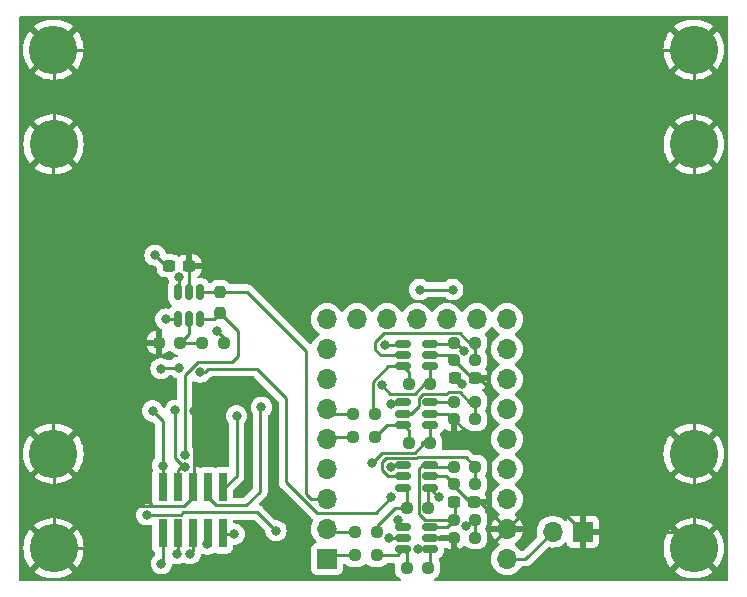
<source format=gbr>
%TF.GenerationSoftware,KiCad,Pcbnew,8.0.1-8.0.1-1~ubuntu22.04.1*%
%TF.CreationDate,2024-04-08T23:00:13-07:00*%
%TF.ProjectId,gps_interposer,6770735f-696e-4746-9572-706f7365722e,rev?*%
%TF.SameCoordinates,Original*%
%TF.FileFunction,Copper,L2,Bot*%
%TF.FilePolarity,Positive*%
%FSLAX46Y46*%
G04 Gerber Fmt 4.6, Leading zero omitted, Abs format (unit mm)*
G04 Created by KiCad (PCBNEW 8.0.1-8.0.1-1~ubuntu22.04.1) date 2024-04-08 23:00:13*
%MOMM*%
%LPD*%
G01*
G04 APERTURE LIST*
G04 Aperture macros list*
%AMRoundRect*
0 Rectangle with rounded corners*
0 $1 Rounding radius*
0 $2 $3 $4 $5 $6 $7 $8 $9 X,Y pos of 4 corners*
0 Add a 4 corners polygon primitive as box body*
4,1,4,$2,$3,$4,$5,$6,$7,$8,$9,$2,$3,0*
0 Add four circle primitives for the rounded corners*
1,1,$1+$1,$2,$3*
1,1,$1+$1,$4,$5*
1,1,$1+$1,$6,$7*
1,1,$1+$1,$8,$9*
0 Add four rect primitives between the rounded corners*
20,1,$1+$1,$2,$3,$4,$5,0*
20,1,$1+$1,$4,$5,$6,$7,0*
20,1,$1+$1,$6,$7,$8,$9,0*
20,1,$1+$1,$8,$9,$2,$3,0*%
G04 Aperture macros list end*
%TA.AperFunction,ConnectorPad*%
%ADD10C,3.900000*%
%TD*%
%TA.AperFunction,ComponentPad*%
%ADD11C,4.100000*%
%TD*%
%TA.AperFunction,ComponentPad*%
%ADD12R,1.700000X1.700000*%
%TD*%
%TA.AperFunction,ComponentPad*%
%ADD13O,1.700000X1.700000*%
%TD*%
%TA.AperFunction,SMDPad,CuDef*%
%ADD14RoundRect,0.237500X-0.250000X-0.237500X0.250000X-0.237500X0.250000X0.237500X-0.250000X0.237500X0*%
%TD*%
%TA.AperFunction,SMDPad,CuDef*%
%ADD15RoundRect,0.150000X0.512500X0.150000X-0.512500X0.150000X-0.512500X-0.150000X0.512500X-0.150000X0*%
%TD*%
%TA.AperFunction,SMDPad,CuDef*%
%ADD16RoundRect,0.237500X0.250000X0.237500X-0.250000X0.237500X-0.250000X-0.237500X0.250000X-0.237500X0*%
%TD*%
%TA.AperFunction,SMDPad,CuDef*%
%ADD17RoundRect,0.237500X-0.300000X-0.237500X0.300000X-0.237500X0.300000X0.237500X-0.300000X0.237500X0*%
%TD*%
%TA.AperFunction,SMDPad,CuDef*%
%ADD18R,0.740000X2.400000*%
%TD*%
%TA.AperFunction,SMDPad,CuDef*%
%ADD19RoundRect,0.150000X-0.150000X0.512500X-0.150000X-0.512500X0.150000X-0.512500X0.150000X0.512500X0*%
%TD*%
%TA.AperFunction,SMDPad,CuDef*%
%ADD20RoundRect,0.237500X-0.237500X0.250000X-0.237500X-0.250000X0.237500X-0.250000X0.237500X0.250000X0*%
%TD*%
%TA.AperFunction,ViaPad*%
%ADD21C,0.800000*%
%TD*%
%TA.AperFunction,Conductor*%
%ADD22C,0.250000*%
%TD*%
G04 APERTURE END LIST*
D10*
%TO.P,H4,1,1*%
%TO.N,GND*%
X162900000Y-77900000D03*
D11*
X162900000Y-77900000D03*
%TD*%
D10*
%TO.P,H5,1,1*%
%TO.N,GND*%
X162890000Y-69900000D03*
D11*
X162890000Y-69900000D03*
%TD*%
D10*
%TO.P,H8,1,1*%
%TO.N,GND*%
X162890000Y-104100000D03*
D11*
X162890000Y-104100000D03*
%TD*%
D10*
%TO.P,H1,1,1*%
%TO.N,GND*%
X217100000Y-77900000D03*
D11*
X217100000Y-77900000D03*
%TD*%
D10*
%TO.P,H3,1,1*%
%TO.N,GND*%
X162900000Y-112100000D03*
D11*
X162900000Y-112100000D03*
%TD*%
D12*
%TO.P,J3,1,Pin_1*%
%TO.N,GND*%
X207700000Y-110700000D03*
D13*
%TO.P,J3,2,Pin_2*%
%TO.N,Net-(J3-Pin_2)*%
X205160000Y-110700000D03*
%TD*%
D10*
%TO.P,H2,1,1*%
%TO.N,GND*%
X217100000Y-112100000D03*
D11*
X217100000Y-112100000D03*
%TD*%
D10*
%TO.P,H7,1,1*%
%TO.N,GND*%
X217090000Y-104100000D03*
D11*
X217090000Y-104100000D03*
%TD*%
D10*
%TO.P,H6,1,1*%
%TO.N,GND*%
X217090000Y-69900000D03*
D11*
X217090000Y-69900000D03*
%TD*%
D12*
%TO.P,U3,1,GPIO0/SPI0_RX/I2C0_SDA/UART0_TX*%
%TO.N,Net-(U3-GPIO0{slash}SPI0_RX{slash}I2C0_SDA{slash}UART0_TX)*%
X186060000Y-113020000D03*
D13*
%TO.P,U3,2,GPIO1/SPI0_CSn/I2C0_SCL/UART0_RX*%
%TO.N,Net-(U3-GPIO1{slash}SPI0_CSn{slash}I2C0_SCL{slash}UART0_RX)*%
X186060000Y-110480000D03*
%TO.P,U3,3,GPIO2/SPI0_SCLK/I2C1_SDA*%
%TO.N,/1PPS_M_3V3*%
X186060000Y-107940000D03*
%TO.P,U3,4,GPIO3/SPI0_TX/I2C1_SCLK*%
%TO.N,unconnected-(U3-GPIO3{slash}SPI0_TX{slash}I2C1_SCLK-Pad4)*%
X186060000Y-105400000D03*
%TO.P,U3,5,GPIO4/SPI0_RX_I2C0_SDA/UART1_TX*%
%TO.N,Net-(U3-GPIO4{slash}SPI0_RX_I2C0_SDA{slash}UART1_TX)*%
X186060000Y-102860000D03*
%TO.P,U3,6,GPIO5/SPI0_CSn/I2C0_SCL/UART1_RX*%
%TO.N,Net-(U3-GPIO5{slash}SPI0_CSn{slash}I2C0_SCL{slash}UART1_RX)*%
X186060000Y-100320000D03*
%TO.P,U3,7,GPIO6/SPI0_SCK/I2C1_SDA*%
%TO.N,unconnected-(U3-GPIO6{slash}SPI0_SCK{slash}I2C1_SDA-Pad7)*%
X186060000Y-97780000D03*
%TO.P,U3,8,GPIO7/SPI0_TX/I2C1_SCL*%
%TO.N,unconnected-(U3-GPIO7{slash}SPI0_TX{slash}I2C1_SCL-Pad8)*%
X186060000Y-95240000D03*
%TO.P,U3,9,GPIO8/SPI1_RX/I2C0_SDA/UART1_TX*%
%TO.N,unconnected-(U3-GPIO8{slash}SPI1_RX{slash}I2C0_SDA{slash}UART1_TX-Pad9)*%
X186060000Y-92700000D03*
%TO.P,U3,10,GPIO9/SPI1_CSn/I2C0_SCL/UART1_RX*%
%TO.N,unconnected-(U3-GPIO9{slash}SPI1_CSn{slash}I2C0_SCL{slash}UART1_RX-Pad10)*%
X188600000Y-92700000D03*
%TO.P,U3,11,GPIO10/SPI1_SCK/I2C1_SDA*%
%TO.N,unconnected-(U3-GPIO10{slash}SPI1_SCK{slash}I2C1_SDA-Pad11)*%
X191140000Y-92700000D03*
%TO.P,U3,12,GPIO11/SPI1_TX/I2C1_SCL*%
%TO.N,unconnected-(U3-GPIO11{slash}SPI1_TX{slash}I2C1_SCL-Pad12)*%
X193680000Y-92700000D03*
%TO.P,U3,13,GPIO12/SPI1_RX/I1C0_SDA/UART0_TX*%
%TO.N,unconnected-(U3-GPIO12{slash}SPI1_RX{slash}I1C0_SDA{slash}UART0_TX-Pad13)*%
X196220000Y-92700000D03*
%TO.P,U3,14,GPIO13/SPI1_CSN/I2C0/SCL/UART0_RX*%
%TO.N,unconnected-(U3-GPIO13{slash}SPI1_CSN{slash}I2C0{slash}SCL{slash}UART0_RX-Pad14)*%
X198760000Y-92700000D03*
%TO.P,U3,15,GPIO14/SPI1_SCK/I2C1_SDA*%
%TO.N,unconnected-(U3-GPIO14{slash}SPI1_SCK{slash}I2C1_SDA-Pad15)*%
X201300000Y-92700000D03*
%TO.P,U3,16,GPIO15/SPI1_TX/I2C1_SCL*%
%TO.N,unconnected-(U3-GPIO15{slash}SPI1_TX{slash}I2C1_SCL-Pad16)*%
X201300000Y-95240000D03*
%TO.P,U3,17,GPIO26/ADC0/I2C1_SDA*%
%TO.N,unconnected-(U3-GPIO26{slash}ADC0{slash}I2C1_SDA-Pad17)*%
X201300000Y-97780000D03*
%TO.P,U3,18,GPIO27/ADC1/I2C1_SCL*%
%TO.N,unconnected-(U3-GPIO27{slash}ADC1{slash}I2C1_SCL-Pad18)*%
X201300000Y-100320000D03*
%TO.P,U3,19,GPIO28/ADC2*%
%TO.N,unconnected-(U3-GPIO28{slash}ADC2-Pad19)*%
X201300000Y-102860000D03*
%TO.P,U3,20,GPIO29/ADC3*%
%TO.N,unconnected-(U3-GPIO29{slash}ADC3-Pad20)*%
X201300000Y-105400000D03*
%TO.P,U3,21,3V3*%
%TO.N,Net-(U3-3V3)*%
X201300000Y-107940000D03*
%TO.P,U3,22,GND*%
%TO.N,GND*%
X201300000Y-110480000D03*
%TO.P,U3,23,VSYS*%
%TO.N,Net-(J3-Pin_2)*%
X201300000Y-113020000D03*
%TD*%
D14*
%TO.P,R3,1*%
%TO.N,GND*%
X196800000Y-106700000D03*
%TO.P,R3,2*%
%TO.N,Net-(U2-DIR)*%
X198625000Y-106700000D03*
%TD*%
D15*
%TO.P,U2,1,VCCA*%
%TO.N,+3V0*%
X194800000Y-105075000D03*
%TO.P,U2,2,GND*%
%TO.N,GND*%
X194800000Y-106025000D03*
%TO.P,U2,3,A*%
%TO.N,/TXD_M*%
X194800000Y-106975000D03*
%TO.P,U2,4,B*%
%TO.N,/TXD_M_3V3*%
X192525000Y-106975000D03*
%TO.P,U2,5,DIR*%
%TO.N,Net-(U2-DIR)*%
X192525000Y-106025000D03*
%TO.P,U2,6,VCCB*%
%TO.N,+3.3V*%
X192525000Y-105075000D03*
%TD*%
D14*
%TO.P,R8,1*%
%TO.N,Net-(U4-DIR)*%
X175475000Y-94700000D03*
%TO.P,R8,2*%
%TO.N,+3.3V*%
X177300000Y-94700000D03*
%TD*%
D16*
%TO.P,R5,1*%
%TO.N,Net-(U1-DIR)*%
X198625000Y-109700000D03*
%TO.P,R5,2*%
%TO.N,+3V0*%
X196800000Y-109700000D03*
%TD*%
D14*
%TO.P,R14,1*%
%TO.N,Net-(U3-GPIO1{slash}SPI0_CSn{slash}I2C0_SCL{slash}UART0_RX)*%
X188435000Y-110700000D03*
%TO.P,R14,2*%
%TO.N,/TXD_M_3V3*%
X190260000Y-110700000D03*
%TD*%
D15*
%TO.P,U7,1,VCCA*%
%TO.N,+3V0*%
X194800000Y-94800000D03*
%TO.P,U7,2,GND*%
%TO.N,GND*%
X194800000Y-95750000D03*
%TO.P,U7,3,A*%
%TO.N,/RXD_C*%
X194800000Y-96700000D03*
%TO.P,U7,4,B*%
%TO.N,/RXD_C_3V3*%
X192525000Y-96700000D03*
%TO.P,U7,5,DIR*%
%TO.N,Net-(U7-DIR)*%
X192525000Y-95750000D03*
%TO.P,U7,6,VCCB*%
%TO.N,+3.3V*%
X192525000Y-94800000D03*
%TD*%
D16*
%TO.P,R4,1*%
%TO.N,Net-(U2-DIR)*%
X198625000Y-105200000D03*
%TO.P,R4,2*%
%TO.N,+3V0*%
X196800000Y-105200000D03*
%TD*%
D14*
%TO.P,R9,1*%
%TO.N,GND*%
X171800000Y-94700000D03*
%TO.P,R9,2*%
%TO.N,Net-(U4-DIR)*%
X173625000Y-94700000D03*
%TD*%
D15*
%TO.P,U1,1,VCCA*%
%TO.N,+3V0*%
X194800000Y-110300000D03*
%TO.P,U1,2,GND*%
%TO.N,GND*%
X194800000Y-111250000D03*
%TO.P,U1,3,A*%
%TO.N,/RXD_M_3V0*%
X194800000Y-112200000D03*
%TO.P,U1,4,B*%
%TO.N,/RXD_M_3V3*%
X192525000Y-112200000D03*
%TO.P,U1,5,DIR*%
%TO.N,Net-(U1-DIR)*%
X192525000Y-111250000D03*
%TO.P,U1,6,VCCB*%
%TO.N,+3.3V*%
X192525000Y-110300000D03*
%TD*%
D17*
%TO.P,C4,1*%
%TO.N,+3V0*%
X196875000Y-97700000D03*
%TO.P,C4,2*%
%TO.N,GND*%
X198600000Y-97700000D03*
%TD*%
D14*
%TO.P,R13,1*%
%TO.N,Net-(U3-GPIO0{slash}SPI0_RX{slash}I2C0_SDA{slash}UART0_TX)*%
X188435000Y-112700000D03*
%TO.P,R13,2*%
%TO.N,/RXD_M_3V3*%
X190260000Y-112700000D03*
%TD*%
%TO.P,R12,1*%
%TO.N,GND*%
X196800000Y-101200000D03*
%TO.P,R12,2*%
%TO.N,Net-(U5-DIR)*%
X198625000Y-101200000D03*
%TD*%
D15*
%TO.P,U5,1,VCCA*%
%TO.N,+3V0*%
X194800000Y-99750000D03*
%TO.P,U5,2,GND*%
%TO.N,GND*%
X194800000Y-100700000D03*
%TO.P,U5,3,A*%
%TO.N,/TXD_C_3V0*%
X194800000Y-101650000D03*
%TO.P,U5,4,B*%
%TO.N,/TXD_C_3V3*%
X192525000Y-101650000D03*
%TO.P,U5,5,DIR*%
%TO.N,Net-(U5-DIR)*%
X192525000Y-100700000D03*
%TO.P,U5,6,VCCB*%
%TO.N,+3.3V*%
X192525000Y-99750000D03*
%TD*%
D14*
%TO.P,R20,1*%
%TO.N,/RXD_C_3V3*%
X192975000Y-98200000D03*
%TO.P,R20,2*%
%TO.N,/RXD_C*%
X194800000Y-98200000D03*
%TD*%
D16*
%TO.P,R10,1*%
%TO.N,/TXD_C_3V0*%
X194800000Y-103200000D03*
%TO.P,R10,2*%
%TO.N,/TXD_C_3V3*%
X192975000Y-103200000D03*
%TD*%
D18*
%TO.P,J2,1,Pin_1*%
%TO.N,/TXD_C*%
X172140000Y-106950000D03*
%TO.P,J2,2,Pin_2*%
%TO.N,/RXD_C*%
X172140000Y-110850000D03*
%TO.P,J2,3,Pin_3*%
%TO.N,+3V0*%
X173410000Y-106950000D03*
%TO.P,J2,4,Pin_4*%
%TO.N,/1PPS_C*%
X173410000Y-110850000D03*
%TO.P,J2,5,Pin_5*%
%TO.N,GND*%
X174680000Y-106950000D03*
%TO.P,J2,6,Pin_6*%
%TO.N,/BATT_C*%
X174680000Y-110850000D03*
%TO.P,J2,7,Pin_7*%
%TO.N,/RSVD7_C*%
X175950000Y-106950000D03*
%TO.P,J2,8,Pin_8*%
%TO.N,/RTCM_IN_C*%
X175950000Y-110850000D03*
%TO.P,J2,9,Pin_9*%
%TO.N,/ANT_BIAS_C*%
X177220000Y-106950000D03*
%TO.P,J2,10,Pin_10*%
%TO.N,/RSVD10_C*%
X177220000Y-110850000D03*
%TD*%
D19*
%TO.P,U4,1,VCCA*%
%TO.N,+3.3V*%
X173400000Y-90425000D03*
%TO.P,U4,2,GND*%
%TO.N,GND*%
X174350000Y-90425000D03*
%TO.P,U4,3,A*%
%TO.N,/1PPS_M_3V3*%
X175300000Y-90425000D03*
%TO.P,U4,4,B*%
%TO.N,/1PPS_M*%
X175300000Y-92700000D03*
%TO.P,U4,5,DIR*%
%TO.N,Net-(U4-DIR)*%
X174350000Y-92700000D03*
%TO.P,U4,6,VCCB*%
%TO.N,+3V0*%
X173400000Y-92700000D03*
%TD*%
D14*
%TO.P,R27,1*%
%TO.N,GND*%
X196800000Y-96200000D03*
%TO.P,R27,2*%
%TO.N,Net-(U7-DIR)*%
X198625000Y-96200000D03*
%TD*%
D20*
%TO.P,R7,1*%
%TO.N,/1PPS_M_3V3*%
X176975000Y-90375000D03*
%TO.P,R7,2*%
%TO.N,/1PPS_M*%
X176975000Y-92200000D03*
%TD*%
D14*
%TO.P,R16,1*%
%TO.N,Net-(U3-GPIO5{slash}SPI0_CSn{slash}I2C0_SCL{slash}UART1_RX)*%
X188260000Y-100700000D03*
%TO.P,R16,2*%
%TO.N,/RXD_C_3V3*%
X190085000Y-100700000D03*
%TD*%
%TO.P,R6,1*%
%TO.N,GND*%
X196800000Y-111200000D03*
%TO.P,R6,2*%
%TO.N,Net-(U1-DIR)*%
X198625000Y-111200000D03*
%TD*%
%TO.P,R1,1*%
%TO.N,/TXD_M_3V3*%
X192800000Y-108700000D03*
%TO.P,R1,2*%
%TO.N,/TXD_M*%
X194625000Y-108700000D03*
%TD*%
%TO.P,R15,1*%
%TO.N,Net-(U3-GPIO4{slash}SPI0_RX_I2C0_SDA{slash}UART1_TX)*%
X188260000Y-102700000D03*
%TO.P,R15,2*%
%TO.N,/TXD_C_3V3*%
X190085000Y-102700000D03*
%TD*%
D17*
%TO.P,C1,1*%
%TO.N,+3V0*%
X172675000Y-88200000D03*
%TO.P,C1,2*%
%TO.N,GND*%
X174400000Y-88200000D03*
%TD*%
D16*
%TO.P,R2,1*%
%TO.N,/RXD_M_3V0*%
X194625000Y-113750000D03*
%TO.P,R2,2*%
%TO.N,/RXD_M_3V3*%
X192800000Y-113750000D03*
%TD*%
D17*
%TO.P,C2,1*%
%TO.N,+3V0*%
X196800000Y-108200000D03*
%TO.P,C2,2*%
%TO.N,GND*%
X198525000Y-108200000D03*
%TD*%
D16*
%TO.P,R21,1*%
%TO.N,Net-(U7-DIR)*%
X198625000Y-94700000D03*
%TO.P,R21,2*%
%TO.N,+3V0*%
X196800000Y-94700000D03*
%TD*%
%TO.P,R11,1*%
%TO.N,Net-(U5-DIR)*%
X198625000Y-99700000D03*
%TO.P,R11,2*%
%TO.N,+3V0*%
X196800000Y-99700000D03*
%TD*%
D21*
%TO.N,/RXD_M*%
X170800000Y-109275000D03*
X181737500Y-110622984D03*
%TO.N,GND*%
X174775000Y-100500000D03*
%TO.N,+3V0*%
X173225000Y-100422984D03*
X196800000Y-105200000D03*
X172400000Y-92700000D03*
X196800000Y-99700000D03*
X174000000Y-105200000D03*
X171500000Y-87300000D03*
X197672518Y-95395876D03*
X197500000Y-98200000D03*
%TO.N,/1PPS_M*%
X174000000Y-104200000D03*
%TO.N,/TXD_M*%
X173500000Y-96800000D03*
X175300000Y-97200000D03*
X195500000Y-107800000D03*
X172000000Y-96900000D03*
X191500000Y-107800000D03*
%TO.N,/1PPS_C*%
X173361838Y-112561838D03*
%TO.N,/ANT_BIAS_C*%
X178400000Y-100900000D03*
%TO.N,/RTCM_IN_C*%
X175935508Y-111739492D03*
%TO.N,/RXD_C*%
X190725000Y-98309478D03*
X172023417Y-113415450D03*
%TO.N,/RSVD7_C*%
X180500000Y-100175000D03*
%TO.N,/RSVD10_C*%
X178200000Y-110900000D03*
%TO.N,/BATT_C*%
X174464770Y-112554923D03*
%TO.N,/TXD_C*%
X171292604Y-100475975D03*
X172140000Y-105100000D03*
%TO.N,+3.3V*%
X190966727Y-94900001D03*
X176700000Y-93700000D03*
X173500000Y-89100000D03*
X196700000Y-90200000D03*
X191500000Y-99900000D03*
X193900000Y-90200000D03*
X191481371Y-105185355D03*
X192100000Y-109700000D03*
%TO.N,Net-(U1-DIR)*%
X197844725Y-110214433D03*
X191308431Y-111202529D03*
%TO.N,/TXD_C_3V0*%
X189850000Y-104850000D03*
%TO.N,/RXD_M_3V0*%
X193800000Y-112200000D03*
%TD*%
D22*
%TO.N,/RXD_M*%
X170800000Y-109275000D02*
X173661396Y-109275000D01*
X173886396Y-109050000D02*
X180164516Y-109050000D01*
X180164516Y-109050000D02*
X181737500Y-110622984D01*
X173661396Y-109275000D02*
X173886396Y-109050000D01*
%TO.N,GND*%
X199810000Y-103510000D02*
X199400000Y-103100000D01*
X199887500Y-103587500D02*
X199810000Y-103510000D01*
X174680000Y-107780000D02*
X173960000Y-108500000D01*
X162890000Y-94700000D02*
X162890000Y-77910000D01*
X199810000Y-108990000D02*
X199887500Y-108912500D01*
X197600000Y-112700000D02*
X199080000Y-112700000D01*
X198525000Y-108200000D02*
X198139576Y-108200000D01*
X162900000Y-112100000D02*
X162900000Y-104110000D01*
X199080000Y-112700000D02*
X201300000Y-110480000D01*
X198800000Y-97900000D02*
X199210000Y-97900000D01*
X217100000Y-112100000D02*
X217100000Y-109900000D01*
X194850000Y-111200000D02*
X194800000Y-111250000D01*
X198600000Y-97700000D02*
X198300000Y-97700000D01*
X196300000Y-100700000D02*
X196800000Y-101200000D01*
X174500000Y-69900000D02*
X217090000Y-69900000D01*
X201300000Y-110480000D02*
X202980000Y-108800000D01*
X196800000Y-106700000D02*
X196125000Y-106025000D01*
X196800000Y-106860424D02*
X196800000Y-106700000D01*
X166000000Y-112100000D02*
X162900000Y-112100000D01*
X196800000Y-106700000D02*
X196800000Y-107000000D01*
X169600000Y-108500000D02*
X166000000Y-112100000D01*
X217100000Y-77900000D02*
X217100000Y-104090000D01*
X202980000Y-108800000D02*
X205800000Y-108800000D01*
X196800000Y-111200000D02*
X196800000Y-111900000D01*
X198920000Y-108100000D02*
X199810000Y-108990000D01*
X162890000Y-69900000D02*
X174500000Y-69900000D01*
X217100000Y-109900000D02*
X217090000Y-109890000D01*
X198139576Y-108200000D02*
X196800000Y-106860424D01*
X162890000Y-104100000D02*
X162890000Y-94700000D01*
X196125000Y-106025000D02*
X194800000Y-106025000D01*
X199810000Y-108990000D02*
X201300000Y-110480000D01*
X217100000Y-75700000D02*
X217090000Y-75690000D01*
X196800000Y-111900000D02*
X197600000Y-112700000D01*
X198300000Y-97700000D02*
X196800000Y-96200000D01*
X217100000Y-104090000D02*
X217090000Y-104100000D01*
X199887500Y-108912500D02*
X199887500Y-103587500D01*
X174775000Y-106855000D02*
X174775000Y-100500000D01*
X174680000Y-106950000D02*
X174680000Y-107780000D01*
X162900000Y-77900000D02*
X162900000Y-69910000D01*
X162900000Y-104110000D02*
X162890000Y-104100000D01*
X199810000Y-98410000D02*
X199500000Y-98100000D01*
X198600000Y-97700000D02*
X198800000Y-97900000D01*
X171800000Y-94700000D02*
X162890000Y-94700000D01*
X199400000Y-103100000D02*
X198700000Y-103100000D01*
X215700000Y-110700000D02*
X217100000Y-112100000D01*
X207700000Y-110700000D02*
X215700000Y-110700000D01*
X196350000Y-95750000D02*
X196800000Y-96200000D01*
X199810000Y-98500000D02*
X199810000Y-98410000D01*
X194800000Y-100700000D02*
X196300000Y-100700000D01*
X205800000Y-108800000D02*
X207700000Y-110700000D01*
X173960000Y-108500000D02*
X169600000Y-108500000D01*
X162900000Y-69910000D02*
X162890000Y-69900000D01*
X196800000Y-111200000D02*
X194850000Y-111200000D01*
X174350000Y-70050000D02*
X174500000Y-69900000D01*
X174680000Y-106950000D02*
X174775000Y-106855000D01*
X199810000Y-103510000D02*
X199810000Y-98500000D01*
X162890000Y-77910000D02*
X162900000Y-77900000D01*
X217090000Y-75690000D02*
X217090000Y-69900000D01*
X194800000Y-95750000D02*
X196350000Y-95750000D01*
X217100000Y-77900000D02*
X217100000Y-75700000D01*
X199210000Y-97900000D02*
X199810000Y-98500000D01*
X198700000Y-103100000D02*
X196800000Y-101200000D01*
X174350000Y-90425000D02*
X174350000Y-70050000D01*
X217090000Y-109890000D02*
X217090000Y-104100000D01*
%TO.N,+3V0*%
X196976642Y-94700000D02*
X197672518Y-95395876D01*
X196875000Y-109625000D02*
X196800000Y-109700000D01*
X196875000Y-108200000D02*
X196875000Y-109625000D01*
X173410000Y-106950000D02*
X173410000Y-105500000D01*
X196800000Y-94700000D02*
X196976642Y-94700000D01*
X196875000Y-97700000D02*
X197000000Y-97700000D01*
X196200000Y-110300000D02*
X196800000Y-109700000D01*
X173710000Y-105200000D02*
X174000000Y-105200000D01*
X194925000Y-105200000D02*
X194800000Y-105075000D01*
X173974695Y-105200000D02*
X174000000Y-105200000D01*
X194335424Y-109700000D02*
X193812500Y-109177076D01*
X173410000Y-105500000D02*
X173710000Y-105200000D01*
X173225000Y-104300000D02*
X173225000Y-100422984D01*
X194800000Y-99750000D02*
X196750000Y-99750000D01*
X173225000Y-104450305D02*
X173974695Y-105200000D01*
X196800000Y-109700000D02*
X194335424Y-109700000D01*
X196800000Y-105200000D02*
X194925000Y-105200000D01*
X197000000Y-97700000D02*
X197500000Y-98200000D01*
X194137501Y-105075000D02*
X194800000Y-105075000D01*
X194800000Y-110300000D02*
X196200000Y-110300000D01*
X196750000Y-99750000D02*
X196800000Y-99700000D01*
X193812500Y-109177076D02*
X193812500Y-105400001D01*
X172400000Y-88200000D02*
X171500000Y-87300000D01*
X172400000Y-92700000D02*
X173400000Y-92700000D01*
X194800000Y-94800000D02*
X196700000Y-94800000D01*
X196700000Y-94800000D02*
X196800000Y-94700000D01*
X172675000Y-88200000D02*
X172400000Y-88200000D01*
X173225000Y-104300000D02*
X173225000Y-104450305D01*
X193812500Y-105400001D02*
X194137501Y-105075000D01*
%TO.N,/1PPS_M*%
X175096016Y-96300000D02*
X174000000Y-97396016D01*
X178500000Y-95800000D02*
X178000000Y-96300000D01*
X176475000Y-92700000D02*
X176975000Y-92200000D01*
X178500000Y-93725000D02*
X178500000Y-95800000D01*
X175300000Y-92700000D02*
X176475000Y-92700000D01*
X178000000Y-96300000D02*
X175096016Y-96300000D01*
X174000000Y-97396016D02*
X174000000Y-104200000D01*
X175300000Y-92700000D02*
X175300000Y-92311592D01*
X176975000Y-92200000D02*
X178500000Y-93725000D01*
%TO.N,/TXD_M*%
X175700000Y-97200000D02*
X175300000Y-97200000D01*
X176000000Y-96900000D02*
X175700000Y-97200000D01*
X185215000Y-109115000D02*
X182600000Y-106500000D01*
X194625000Y-108700000D02*
X194625000Y-107150000D01*
X182600000Y-106500000D02*
X182600000Y-99400000D01*
X194800000Y-107100000D02*
X195500000Y-107800000D01*
X180100000Y-96900000D02*
X176000000Y-96900000D01*
X194625000Y-107150000D02*
X194800000Y-106975000D01*
X190185000Y-109115000D02*
X185215000Y-109115000D01*
X194800000Y-106975000D02*
X194800000Y-107100000D01*
X182600000Y-99400000D02*
X180100000Y-96900000D01*
X173500000Y-96800000D02*
X172100000Y-96800000D01*
X172100000Y-96800000D02*
X172000000Y-96900000D01*
X191500000Y-107800000D02*
X190185000Y-109115000D01*
%TO.N,/1PPS_C*%
X173410000Y-110850000D02*
X173410000Y-112513676D01*
X173410000Y-112513676D02*
X173361838Y-112561838D01*
%TO.N,/ANT_BIAS_C*%
X178400000Y-100900000D02*
X178400000Y-106000000D01*
X178400000Y-106000000D02*
X177450000Y-106950000D01*
X177450000Y-106950000D02*
X177220000Y-106950000D01*
%TO.N,/RTCM_IN_C*%
X175950000Y-111725000D02*
X175935508Y-111739492D01*
X175950000Y-110850000D02*
X175950000Y-111725000D01*
%TO.N,/RXD_C*%
X172140000Y-113298867D02*
X172023417Y-113415450D01*
X194800000Y-98200000D02*
X194264576Y-98200000D01*
X172140000Y-110850000D02*
X172140000Y-113298867D01*
X194800000Y-98200000D02*
X194800000Y-96700000D01*
X194264576Y-98200000D02*
X193464576Y-99000000D01*
X191415522Y-99000000D02*
X190725000Y-98309478D01*
X193464576Y-99000000D02*
X191415522Y-99000000D01*
%TO.N,/RSVD7_C*%
X180400000Y-100275000D02*
X180500000Y-100175000D01*
X175950000Y-106950000D02*
X175950000Y-107780000D01*
X180400000Y-107300000D02*
X180400000Y-100275000D01*
X179225000Y-108475000D02*
X180400000Y-107300000D01*
X175950000Y-107780000D02*
X176645000Y-108475000D01*
X176645000Y-108475000D02*
X179225000Y-108475000D01*
%TO.N,/RSVD10_C*%
X178200000Y-110900000D02*
X177270000Y-110900000D01*
X177270000Y-110900000D02*
X177220000Y-110850000D01*
%TO.N,/BATT_C*%
X174680000Y-110850000D02*
X174680000Y-112339693D01*
X174680000Y-112339693D02*
X174464770Y-112554923D01*
%TO.N,/TXD_C*%
X172140000Y-101323371D02*
X172140000Y-106950000D01*
X171292604Y-100475975D02*
X172140000Y-101323371D01*
%TO.N,Net-(J3-Pin_2)*%
X202840000Y-113020000D02*
X205160000Y-110700000D01*
X201300000Y-113020000D02*
X202840000Y-113020000D01*
%TO.N,+3.3V*%
X192525000Y-94800000D02*
X191862501Y-94800000D01*
X173500000Y-89100000D02*
X173500000Y-90325000D01*
X191762500Y-94900001D02*
X190966727Y-94900001D01*
X173500000Y-90325000D02*
X173400000Y-90425000D01*
X192100000Y-109700000D02*
X192100000Y-109875000D01*
X192100000Y-109875000D02*
X192525000Y-110300000D01*
X196700000Y-90200000D02*
X193900000Y-90200000D01*
X192525000Y-105075000D02*
X191591726Y-105075000D01*
X177300000Y-94300000D02*
X176700000Y-93700000D01*
X191591726Y-105075000D02*
X191481371Y-105185355D01*
X191500000Y-99900000D02*
X192375000Y-99900000D01*
X192375000Y-99900000D02*
X192525000Y-99750000D01*
X177300000Y-94700000D02*
X177300000Y-94300000D01*
X191862501Y-94800000D02*
X191762500Y-94900001D01*
%TO.N,/TXD_M_3V3*%
X191785000Y-108700000D02*
X190260000Y-110225000D01*
X192800000Y-107250000D02*
X192525000Y-106975000D01*
X192800000Y-108700000D02*
X192800000Y-107250000D01*
X192800000Y-108700000D02*
X191785000Y-108700000D01*
X190260000Y-110225000D02*
X190260000Y-110700000D01*
%TO.N,/RXD_M_3V3*%
X192025000Y-112700000D02*
X192525000Y-112200000D01*
X190260000Y-112700000D02*
X192025000Y-112700000D01*
X192800000Y-113750000D02*
X192800000Y-112475000D01*
X192800000Y-112475000D02*
X192525000Y-112200000D01*
%TO.N,Net-(U2-DIR)*%
X193650972Y-104450000D02*
X191020711Y-104450000D01*
X191020711Y-104450000D02*
X190706371Y-104764340D01*
X193700972Y-104400000D02*
X193650972Y-104450000D01*
X191225000Y-106025000D02*
X192525000Y-106025000D01*
X198625000Y-105200000D02*
X197825000Y-104400000D01*
X197825000Y-104400000D02*
X193700972Y-104400000D01*
X190706371Y-105506371D02*
X191225000Y-106025000D01*
X198625000Y-106700000D02*
X198625000Y-105200000D01*
X190706371Y-104764340D02*
X190706371Y-105506371D01*
X198625000Y-105200000D02*
X198359158Y-105200000D01*
%TO.N,Net-(U1-DIR)*%
X198625000Y-111200000D02*
X198625000Y-109700000D01*
X192477529Y-111202529D02*
X192525000Y-111250000D01*
X191308431Y-111202529D02*
X192477529Y-111202529D01*
X198359158Y-109700000D02*
X197844725Y-110214433D01*
X198625000Y-109700000D02*
X198359158Y-109700000D01*
%TO.N,/1PPS_M_3V3*%
X184300000Y-95400000D02*
X184300000Y-107500000D01*
X175350000Y-90375000D02*
X175300000Y-90425000D01*
X184740000Y-107940000D02*
X186060000Y-107940000D01*
X176975000Y-90375000D02*
X179275000Y-90375000D01*
X176975000Y-90375000D02*
X175350000Y-90375000D01*
X184300000Y-107500000D02*
X184740000Y-107940000D01*
X179275000Y-90375000D02*
X184300000Y-95400000D01*
%TO.N,Net-(U4-DIR)*%
X173625000Y-94700000D02*
X175475000Y-94700000D01*
X174350000Y-93975000D02*
X174350000Y-92700000D01*
X173625000Y-94700000D02*
X174350000Y-93975000D01*
%TO.N,/TXD_C_3V3*%
X192525000Y-101650000D02*
X191135000Y-101650000D01*
X191135000Y-101650000D02*
X190085000Y-102700000D01*
X192975000Y-103200000D02*
X192975000Y-102100000D01*
X192975000Y-102100000D02*
X192525000Y-101650000D01*
%TO.N,Net-(U5-DIR)*%
X198089576Y-99700000D02*
X198625000Y-99700000D01*
X192525000Y-100700000D02*
X193187499Y-100700000D01*
X194211592Y-99000000D02*
X196210424Y-99000000D01*
X196310424Y-98900000D02*
X197289576Y-98900000D01*
X197289576Y-98900000D02*
X198089576Y-99700000D01*
X193812500Y-99399092D02*
X194211592Y-99000000D01*
X196210424Y-99000000D02*
X196310424Y-98900000D01*
X193812500Y-100074999D02*
X193812500Y-99399092D01*
X193187499Y-100700000D02*
X193812500Y-100074999D01*
X198625000Y-99700000D02*
X198625000Y-101200000D01*
%TO.N,Net-(U3-GPIO0{slash}SPI0_RX{slash}I2C0_SDA{slash}UART0_TX)*%
X186380000Y-112700000D02*
X186060000Y-113020000D01*
X188435000Y-112700000D02*
X186380000Y-112700000D01*
%TO.N,Net-(U3-GPIO1{slash}SPI0_CSn{slash}I2C0_SCL{slash}UART0_RX)*%
X186280000Y-110700000D02*
X186060000Y-110480000D01*
X188435000Y-110700000D02*
X186280000Y-110700000D01*
%TO.N,Net-(U3-GPIO4{slash}SPI0_RX_I2C0_SDA{slash}UART1_TX)*%
X188260000Y-102700000D02*
X186220000Y-102700000D01*
X186220000Y-102700000D02*
X186060000Y-102860000D01*
%TO.N,/RXD_C_3V3*%
X190085000Y-100700000D02*
X189950000Y-100565000D01*
X192975000Y-97150000D02*
X192525000Y-96700000D01*
X192975000Y-98200000D02*
X192975000Y-97150000D01*
X189950000Y-97988462D02*
X191238462Y-96700000D01*
X189950000Y-100565000D02*
X189950000Y-97988462D01*
X191238462Y-96700000D02*
X192525000Y-96700000D01*
%TO.N,Net-(U3-GPIO5{slash}SPI0_CSn{slash}I2C0_SCL{slash}UART1_RX)*%
X188260000Y-100700000D02*
X186440000Y-100700000D01*
X186440000Y-100700000D02*
X186060000Y-100320000D01*
%TO.N,Net-(U7-DIR)*%
X197289576Y-93900000D02*
X192000000Y-93900000D01*
X192375000Y-95600000D02*
X192525000Y-95750000D01*
X198625000Y-96200000D02*
X198625000Y-95235424D01*
X190156371Y-95285660D02*
X190156371Y-94614340D01*
X198625000Y-95235424D02*
X197289576Y-93900000D01*
X190870711Y-93900000D02*
X192000000Y-93900000D01*
X198625000Y-94700000D02*
X198625000Y-96200000D01*
X190156371Y-94614340D02*
X190870711Y-93900000D01*
X191862501Y-95750000D02*
X192525000Y-95750000D01*
X190620711Y-95750000D02*
X190156371Y-95285660D01*
X192525000Y-95750000D02*
X190620711Y-95750000D01*
%TO.N,/TXD_C_3V0*%
X194062500Y-103132426D02*
X194732426Y-103132426D01*
X194062500Y-103132426D02*
X194062500Y-103402076D01*
X193464576Y-104000000D02*
X190700000Y-104000000D01*
X190700000Y-104000000D02*
X189850000Y-104850000D01*
X194732426Y-103132426D02*
X194800000Y-103200000D01*
X194800000Y-103200000D02*
X194800000Y-101650000D01*
X194062500Y-103402076D02*
X193464576Y-104000000D01*
%TO.N,/RXD_M_3V0*%
X194800000Y-113575000D02*
X194625000Y-113750000D01*
X194800000Y-112200000D02*
X194800000Y-113575000D01*
X194800000Y-112200000D02*
X193800000Y-112200000D01*
%TD*%
%TA.AperFunction,Conductor*%
%TO.N,GND*%
G36*
X219943039Y-67019685D02*
G01*
X219988794Y-67072489D01*
X220000000Y-67124000D01*
X220000000Y-114776000D01*
X219980315Y-114843039D01*
X219927511Y-114888794D01*
X219876000Y-114900000D01*
X195235608Y-114900000D01*
X195168569Y-114880315D01*
X195122814Y-114827511D01*
X195112870Y-114758353D01*
X195141895Y-114694797D01*
X195183208Y-114663616D01*
X195189009Y-114660910D01*
X195189016Y-114660908D01*
X195335850Y-114570340D01*
X195457840Y-114448350D01*
X195548408Y-114301516D01*
X195602674Y-114137753D01*
X195613000Y-114036677D01*
X195612999Y-113463324D01*
X195612898Y-113462338D01*
X195602674Y-113362247D01*
X195594533Y-113337679D01*
X195548408Y-113198484D01*
X195508620Y-113133978D01*
X195490181Y-113066588D01*
X195511103Y-112999924D01*
X195564745Y-112955154D01*
X195566378Y-112954565D01*
X195572894Y-112951745D01*
X195572898Y-112951744D01*
X195714365Y-112868081D01*
X195830581Y-112751865D01*
X195914244Y-112610398D01*
X195960098Y-112452569D01*
X195963000Y-112415694D01*
X195963000Y-112164117D01*
X195982685Y-112097078D01*
X196035489Y-112051323D01*
X196104647Y-112041379D01*
X196152098Y-112058579D01*
X196236192Y-112110450D01*
X196236199Y-112110453D01*
X196399847Y-112164680D01*
X196500851Y-112174999D01*
X196549999Y-112174998D01*
X196550000Y-112174998D01*
X196550000Y-111450000D01*
X196005500Y-111450000D01*
X195991819Y-111463681D01*
X195930496Y-111497166D01*
X195904138Y-111500000D01*
X195694315Y-111500000D01*
X195631194Y-111482732D01*
X195615289Y-111473326D01*
X195572898Y-111448256D01*
X195572897Y-111448255D01*
X195572896Y-111448255D01*
X195572893Y-111448254D01*
X195415073Y-111402402D01*
X195415067Y-111402401D01*
X195378201Y-111399500D01*
X195378194Y-111399500D01*
X194674000Y-111399500D01*
X194606961Y-111379815D01*
X194561206Y-111327011D01*
X194550000Y-111275500D01*
X194550000Y-111224500D01*
X194569685Y-111157461D01*
X194622489Y-111111706D01*
X194674000Y-111100500D01*
X195378186Y-111100500D01*
X195378194Y-111100500D01*
X195415069Y-111097598D01*
X195415071Y-111097597D01*
X195415073Y-111097597D01*
X195510095Y-111069990D01*
X195572898Y-111051744D01*
X195631194Y-111017268D01*
X195694315Y-111000000D01*
X195769500Y-111000000D01*
X195783181Y-110986319D01*
X195844504Y-110952834D01*
X195870862Y-110950000D01*
X196926000Y-110950000D01*
X196993039Y-110969685D01*
X197038794Y-111022489D01*
X197050000Y-111074000D01*
X197050000Y-112174999D01*
X197099140Y-112174999D01*
X197099154Y-112174998D01*
X197200152Y-112164680D01*
X197363800Y-112110453D01*
X197363811Y-112110448D01*
X197510533Y-112019948D01*
X197624464Y-111906017D01*
X197685787Y-111872532D01*
X197755479Y-111877516D01*
X197799827Y-111906017D01*
X197914150Y-112020340D01*
X198060984Y-112110908D01*
X198224747Y-112165174D01*
X198325823Y-112175500D01*
X198924176Y-112175499D01*
X198924184Y-112175498D01*
X198924187Y-112175498D01*
X198979530Y-112169844D01*
X199025253Y-112165174D01*
X199189016Y-112110908D01*
X199335850Y-112020340D01*
X199457840Y-111898350D01*
X199548408Y-111751516D01*
X199602674Y-111587753D01*
X199613000Y-111486677D01*
X199612999Y-110913324D01*
X199611787Y-110901463D01*
X199602674Y-110812247D01*
X199594310Y-110787007D01*
X199548408Y-110648484D01*
X199548404Y-110648478D01*
X199548403Y-110648475D01*
X199485088Y-110545826D01*
X199466133Y-110515096D01*
X199447693Y-110447705D01*
X199466134Y-110384903D01*
X199476693Y-110367785D01*
X199548408Y-110251516D01*
X199602674Y-110087753D01*
X199613000Y-109986677D01*
X199612999Y-109413324D01*
X199606530Y-109350000D01*
X199602674Y-109312247D01*
X199576349Y-109232805D01*
X199548408Y-109148484D01*
X199457840Y-109001650D01*
X199456472Y-109000282D01*
X199455833Y-108999112D01*
X199453362Y-108995987D01*
X199453896Y-108995564D01*
X199422987Y-108938959D01*
X199427971Y-108869267D01*
X199438615Y-108847503D01*
X199497950Y-108751307D01*
X199497953Y-108751300D01*
X199552180Y-108587652D01*
X199562499Y-108486654D01*
X199562500Y-108486641D01*
X199562500Y-108450000D01*
X198399000Y-108450000D01*
X198331961Y-108430315D01*
X198286206Y-108377511D01*
X198275000Y-108326000D01*
X198275000Y-108074000D01*
X198294685Y-108006961D01*
X198347489Y-107961206D01*
X198399000Y-107950000D01*
X199562499Y-107950000D01*
X199562499Y-107913360D01*
X199562498Y-107913345D01*
X199552180Y-107812347D01*
X199497953Y-107648699D01*
X199497950Y-107648692D01*
X199438615Y-107552497D01*
X199420174Y-107485104D01*
X199441096Y-107418441D01*
X199456479Y-107399711D01*
X199457840Y-107398350D01*
X199548408Y-107251516D01*
X199602674Y-107087753D01*
X199613000Y-106986677D01*
X199612999Y-106413324D01*
X199612426Y-106407719D01*
X199602674Y-106312247D01*
X199584461Y-106257285D01*
X199548408Y-106148484D01*
X199548404Y-106148478D01*
X199548403Y-106148475D01*
X199466134Y-106015097D01*
X199447693Y-105947705D01*
X199466134Y-105884903D01*
X199479235Y-105863664D01*
X199548408Y-105751516D01*
X199602674Y-105587753D01*
X199613000Y-105486677D01*
X199612999Y-104913324D01*
X199606530Y-104850000D01*
X199602674Y-104812247D01*
X199586024Y-104762001D01*
X199548408Y-104648484D01*
X199457840Y-104501650D01*
X199335850Y-104379660D01*
X199189016Y-104289092D01*
X199025253Y-104234826D01*
X199025251Y-104234825D01*
X198924184Y-104224500D01*
X198924177Y-104224500D01*
X198585452Y-104224500D01*
X198518413Y-104204815D01*
X198497771Y-104188181D01*
X198315198Y-104005608D01*
X198315178Y-104005586D01*
X198223733Y-103914141D01*
X198160768Y-103872070D01*
X198121286Y-103845688D01*
X198121287Y-103845688D01*
X198121285Y-103845687D01*
X198081039Y-103829017D01*
X198040792Y-103812347D01*
X198040003Y-103812020D01*
X198007453Y-103798537D01*
X197997427Y-103796543D01*
X197947029Y-103786518D01*
X197886610Y-103774500D01*
X197886607Y-103774500D01*
X197886606Y-103774500D01*
X195887512Y-103774500D01*
X195820473Y-103754815D01*
X195774718Y-103702011D01*
X195764774Y-103632853D01*
X195769806Y-103611496D01*
X195770001Y-103610907D01*
X195777674Y-103587753D01*
X195788000Y-103486677D01*
X195787999Y-102913324D01*
X195777674Y-102812247D01*
X195723408Y-102648484D01*
X195637985Y-102509992D01*
X195619546Y-102442601D01*
X195640468Y-102375938D01*
X195680402Y-102338166D01*
X195714365Y-102318081D01*
X195830581Y-102201865D01*
X195914244Y-102060398D01*
X195914245Y-102060393D01*
X195914297Y-102060306D01*
X195965366Y-102012622D01*
X196034108Y-102000118D01*
X196086128Y-102017888D01*
X196236192Y-102110450D01*
X196236199Y-102110453D01*
X196399847Y-102164680D01*
X196500851Y-102174999D01*
X196549999Y-102174998D01*
X196550000Y-102174998D01*
X196550000Y-101074000D01*
X196569685Y-101006961D01*
X196622489Y-100961206D01*
X196674000Y-100950000D01*
X196926000Y-100950000D01*
X196993039Y-100969685D01*
X197038794Y-101022489D01*
X197050000Y-101074000D01*
X197050000Y-102174999D01*
X197099140Y-102174999D01*
X197099154Y-102174998D01*
X197200152Y-102164680D01*
X197363800Y-102110453D01*
X197363811Y-102110448D01*
X197510533Y-102019948D01*
X197624464Y-101906017D01*
X197685787Y-101872532D01*
X197755479Y-101877516D01*
X197799827Y-101906017D01*
X197914150Y-102020340D01*
X198060984Y-102110908D01*
X198224747Y-102165174D01*
X198325823Y-102175500D01*
X198924176Y-102175499D01*
X198924184Y-102175498D01*
X198924187Y-102175498D01*
X198979530Y-102169844D01*
X199025253Y-102165174D01*
X199189016Y-102110908D01*
X199335850Y-102020340D01*
X199457840Y-101898350D01*
X199548408Y-101751516D01*
X199602674Y-101587753D01*
X199613000Y-101486677D01*
X199612999Y-100913324D01*
X199612279Y-100906280D01*
X199602674Y-100812247D01*
X199548408Y-100648484D01*
X199548404Y-100648478D01*
X199548403Y-100648475D01*
X199483516Y-100543277D01*
X199466133Y-100515096D01*
X199447693Y-100447705D01*
X199466134Y-100384903D01*
X199476693Y-100367785D01*
X199548408Y-100251516D01*
X199602674Y-100087753D01*
X199613000Y-99986677D01*
X199612999Y-99413324D01*
X199610703Y-99390851D01*
X199602674Y-99312247D01*
X199548408Y-99148484D01*
X199457840Y-99001650D01*
X199335850Y-98879660D01*
X199335846Y-98879657D01*
X199227704Y-98812954D01*
X199180979Y-98761006D01*
X199169758Y-98692044D01*
X199197601Y-98627962D01*
X199227704Y-98601877D01*
X199360539Y-98519943D01*
X199482444Y-98398038D01*
X199482447Y-98398034D01*
X199572948Y-98251311D01*
X199572953Y-98251300D01*
X199627180Y-98087652D01*
X199637499Y-97986654D01*
X199637500Y-97986641D01*
X199637500Y-97950000D01*
X198474000Y-97950000D01*
X198406961Y-97930315D01*
X198361206Y-97877511D01*
X198350000Y-97826000D01*
X198350000Y-97574000D01*
X198369685Y-97506961D01*
X198422489Y-97461206D01*
X198474000Y-97450000D01*
X199637499Y-97450000D01*
X199637499Y-97413360D01*
X199637498Y-97413345D01*
X199627180Y-97312347D01*
X199572953Y-97148699D01*
X199572948Y-97148688D01*
X199478654Y-96995815D01*
X199481325Y-96994166D01*
X199460435Y-96942410D01*
X199473464Y-96873766D01*
X199478302Y-96865176D01*
X199548403Y-96751524D01*
X199548402Y-96751524D01*
X199548408Y-96751516D01*
X199602674Y-96587753D01*
X199613000Y-96486677D01*
X199612999Y-95913324D01*
X199611883Y-95902402D01*
X199602674Y-95812247D01*
X199589178Y-95771520D01*
X199548408Y-95648484D01*
X199548404Y-95648478D01*
X199548403Y-95648475D01*
X199466134Y-95515097D01*
X199447693Y-95447705D01*
X199466134Y-95384903D01*
X199470691Y-95377516D01*
X199548408Y-95251516D01*
X199602674Y-95087753D01*
X199613000Y-94986677D01*
X199612999Y-94413324D01*
X199602674Y-94312247D01*
X199548408Y-94148484D01*
X199548404Y-94148478D01*
X199548403Y-94148475D01*
X199470690Y-94022483D01*
X199458247Y-94002311D01*
X199439807Y-93934920D01*
X199460729Y-93868256D01*
X199492661Y-93835641D01*
X199631401Y-93738495D01*
X199798495Y-93571401D01*
X199928425Y-93385842D01*
X199983002Y-93342217D01*
X200052500Y-93335023D01*
X200114855Y-93366546D01*
X200131575Y-93385842D01*
X200261501Y-93571396D01*
X200261506Y-93571402D01*
X200428597Y-93738493D01*
X200428603Y-93738498D01*
X200614158Y-93868425D01*
X200657783Y-93923002D01*
X200664977Y-93992500D01*
X200633454Y-94054855D01*
X200614158Y-94071575D01*
X200428597Y-94201505D01*
X200261505Y-94368597D01*
X200125965Y-94562169D01*
X200125964Y-94562171D01*
X200026098Y-94776335D01*
X200026094Y-94776344D01*
X199964938Y-95004586D01*
X199964936Y-95004596D01*
X199944341Y-95239999D01*
X199944341Y-95240000D01*
X199964936Y-95475403D01*
X199964938Y-95475413D01*
X200026094Y-95703655D01*
X200026096Y-95703659D01*
X200026097Y-95703663D01*
X200083346Y-95826434D01*
X200125965Y-95917830D01*
X200125967Y-95917834D01*
X200261501Y-96111395D01*
X200261506Y-96111402D01*
X200428597Y-96278493D01*
X200428603Y-96278498D01*
X200614158Y-96408425D01*
X200657783Y-96463002D01*
X200664977Y-96532500D01*
X200633454Y-96594855D01*
X200614158Y-96611575D01*
X200428597Y-96741505D01*
X200261505Y-96908597D01*
X200125965Y-97102169D01*
X200125964Y-97102171D01*
X200026098Y-97316335D01*
X200026094Y-97316344D01*
X199964938Y-97544586D01*
X199964936Y-97544596D01*
X199944341Y-97779999D01*
X199944341Y-97780000D01*
X199964936Y-98015403D01*
X199964938Y-98015413D01*
X200026094Y-98243655D01*
X200026096Y-98243659D01*
X200026097Y-98243663D01*
X200125965Y-98457830D01*
X200125967Y-98457834D01*
X200261501Y-98651395D01*
X200261506Y-98651402D01*
X200428597Y-98818493D01*
X200428603Y-98818498D01*
X200614158Y-98948425D01*
X200657783Y-99003002D01*
X200664977Y-99072500D01*
X200633454Y-99134855D01*
X200614158Y-99151575D01*
X200428597Y-99281505D01*
X200261505Y-99448597D01*
X200125965Y-99642169D01*
X200125964Y-99642171D01*
X200026098Y-99856335D01*
X200026094Y-99856344D01*
X199964938Y-100084586D01*
X199964936Y-100084596D01*
X199944341Y-100319999D01*
X199944341Y-100320000D01*
X199964936Y-100555403D01*
X199964938Y-100555413D01*
X200026094Y-100783655D01*
X200026096Y-100783659D01*
X200026097Y-100783663D01*
X200108887Y-100961206D01*
X200125965Y-100997830D01*
X200125967Y-100997834D01*
X200261501Y-101191395D01*
X200261506Y-101191402D01*
X200428597Y-101358493D01*
X200428603Y-101358498D01*
X200614158Y-101488425D01*
X200657783Y-101543002D01*
X200664977Y-101612500D01*
X200633454Y-101674855D01*
X200614158Y-101691575D01*
X200428597Y-101821505D01*
X200261505Y-101988597D01*
X200125965Y-102182169D01*
X200125964Y-102182171D01*
X200026098Y-102396335D01*
X200026094Y-102396344D01*
X199964938Y-102624586D01*
X199964936Y-102624596D01*
X199944341Y-102859999D01*
X199944341Y-102860000D01*
X199964936Y-103095403D01*
X199964938Y-103095413D01*
X200026094Y-103323655D01*
X200026096Y-103323659D01*
X200026097Y-103323663D01*
X200078583Y-103436219D01*
X200125965Y-103537830D01*
X200125967Y-103537834D01*
X200261501Y-103731395D01*
X200261506Y-103731402D01*
X200428597Y-103898493D01*
X200428603Y-103898498D01*
X200614158Y-104028425D01*
X200657783Y-104083002D01*
X200664977Y-104152500D01*
X200633454Y-104214855D01*
X200614158Y-104231575D01*
X200428597Y-104361505D01*
X200261505Y-104528597D01*
X200125965Y-104722169D01*
X200125964Y-104722171D01*
X200026098Y-104936335D01*
X200026094Y-104936344D01*
X199964938Y-105164586D01*
X199964936Y-105164596D01*
X199944341Y-105399999D01*
X199944341Y-105400000D01*
X199964936Y-105635403D01*
X199964938Y-105635413D01*
X200026094Y-105863655D01*
X200026096Y-105863659D01*
X200026097Y-105863663D01*
X200088063Y-105996549D01*
X200125965Y-106077830D01*
X200125967Y-106077834D01*
X200261501Y-106271395D01*
X200261506Y-106271402D01*
X200428597Y-106438493D01*
X200428603Y-106438498D01*
X200614158Y-106568425D01*
X200657783Y-106623002D01*
X200664977Y-106692500D01*
X200633454Y-106754855D01*
X200614158Y-106771575D01*
X200428597Y-106901505D01*
X200261505Y-107068597D01*
X200125965Y-107262169D01*
X200125964Y-107262171D01*
X200026098Y-107476335D01*
X200026094Y-107476344D01*
X199964938Y-107704586D01*
X199964936Y-107704596D01*
X199944341Y-107939999D01*
X199944341Y-107940000D01*
X199964936Y-108175403D01*
X199964938Y-108175413D01*
X200026094Y-108403655D01*
X200026096Y-108403659D01*
X200026097Y-108403663D01*
X200066124Y-108489500D01*
X200125965Y-108617830D01*
X200125967Y-108617834D01*
X200219422Y-108751300D01*
X200261505Y-108811401D01*
X200428599Y-108978495D01*
X200583194Y-109086744D01*
X200614594Y-109108730D01*
X200658219Y-109163307D01*
X200665413Y-109232805D01*
X200633890Y-109295160D01*
X200614595Y-109311880D01*
X200428922Y-109441890D01*
X200428920Y-109441891D01*
X200261891Y-109608920D01*
X200261886Y-109608926D01*
X200126400Y-109802420D01*
X200126399Y-109802422D01*
X200026570Y-110016507D01*
X200026567Y-110016513D01*
X199969364Y-110229999D01*
X199969364Y-110230000D01*
X200866988Y-110230000D01*
X200834075Y-110287007D01*
X200800000Y-110414174D01*
X200800000Y-110545826D01*
X200834075Y-110672993D01*
X200866988Y-110730000D01*
X199969364Y-110730000D01*
X200026567Y-110943486D01*
X200026570Y-110943492D01*
X200126399Y-111157578D01*
X200261894Y-111351082D01*
X200428917Y-111518105D01*
X200614595Y-111648119D01*
X200658219Y-111702696D01*
X200665412Y-111772195D01*
X200633890Y-111834549D01*
X200614595Y-111851269D01*
X200428594Y-111981508D01*
X200261505Y-112148597D01*
X200125965Y-112342169D01*
X200125964Y-112342171D01*
X200026098Y-112556335D01*
X200026094Y-112556344D01*
X199964938Y-112784586D01*
X199964936Y-112784596D01*
X199944341Y-113019999D01*
X199944341Y-113020000D01*
X199964936Y-113255403D01*
X199964938Y-113255413D01*
X200026094Y-113483655D01*
X200026096Y-113483659D01*
X200026097Y-113483663D01*
X200099707Y-113641519D01*
X200125965Y-113697830D01*
X200125967Y-113697834D01*
X200234281Y-113852521D01*
X200261505Y-113891401D01*
X200428599Y-114058495D01*
X200525384Y-114126265D01*
X200622165Y-114194032D01*
X200622167Y-114194033D01*
X200622170Y-114194035D01*
X200836337Y-114293903D01*
X200836343Y-114293904D01*
X200836344Y-114293905D01*
X200864749Y-114301516D01*
X201064592Y-114355063D01*
X201241034Y-114370500D01*
X201299999Y-114375659D01*
X201300000Y-114375659D01*
X201300001Y-114375659D01*
X201358966Y-114370500D01*
X201535408Y-114355063D01*
X201763663Y-114293903D01*
X201977830Y-114194035D01*
X202171401Y-114058495D01*
X202338495Y-113891401D01*
X202473652Y-113698377D01*
X202528229Y-113654752D01*
X202575227Y-113645500D01*
X202901607Y-113645500D01*
X202962029Y-113633481D01*
X203022452Y-113621463D01*
X203065321Y-113603706D01*
X203136286Y-113574312D01*
X203187509Y-113540084D01*
X203238733Y-113505858D01*
X203325858Y-113418733D01*
X203325858Y-113418731D01*
X203336066Y-113408524D01*
X203336068Y-113408521D01*
X204644583Y-112100005D01*
X214544958Y-112100005D01*
X214565103Y-112420221D01*
X214565104Y-112420228D01*
X214625230Y-112735417D01*
X214724382Y-113040575D01*
X214724384Y-113040580D01*
X214860998Y-113330897D01*
X214861001Y-113330903D01*
X215032921Y-113601806D01*
X215128773Y-113717671D01*
X215627060Y-113219384D01*
X215706112Y-113322407D01*
X215877593Y-113493888D01*
X215980613Y-113572937D01*
X215479175Y-114074375D01*
X215479176Y-114074377D01*
X215730928Y-114257285D01*
X215730946Y-114257297D01*
X216012116Y-114411871D01*
X216012124Y-114411875D01*
X216310444Y-114529987D01*
X216621233Y-114609784D01*
X216621242Y-114609786D01*
X216939556Y-114649999D01*
X216939570Y-114650000D01*
X217260430Y-114650000D01*
X217260443Y-114649999D01*
X217578757Y-114609786D01*
X217578766Y-114609784D01*
X217889555Y-114529987D01*
X218187875Y-114411875D01*
X218187883Y-114411871D01*
X218469053Y-114257297D01*
X218469063Y-114257290D01*
X218720822Y-114074375D01*
X218720823Y-114074375D01*
X218219386Y-113572938D01*
X218322407Y-113493888D01*
X218493888Y-113322407D01*
X218572938Y-113219385D01*
X219071225Y-113717672D01*
X219167068Y-113601819D01*
X219339002Y-113330896D01*
X219475615Y-113040580D01*
X219475617Y-113040575D01*
X219574769Y-112735417D01*
X219634895Y-112420228D01*
X219634896Y-112420221D01*
X219655042Y-112100005D01*
X219655042Y-112099994D01*
X219634896Y-111779778D01*
X219634895Y-111779771D01*
X219574769Y-111464582D01*
X219475617Y-111159424D01*
X219475615Y-111159419D01*
X219339001Y-110869102D01*
X219338998Y-110869096D01*
X219167078Y-110598193D01*
X219071224Y-110482326D01*
X218572937Y-110980612D01*
X218493888Y-110877593D01*
X218322407Y-110706112D01*
X218219385Y-110627060D01*
X218720823Y-110125623D01*
X218720822Y-110125621D01*
X218469071Y-109942714D01*
X218469053Y-109942702D01*
X218187883Y-109788128D01*
X218187875Y-109788124D01*
X217889555Y-109670012D01*
X217578766Y-109590215D01*
X217578757Y-109590213D01*
X217260443Y-109550000D01*
X216939556Y-109550000D01*
X216621242Y-109590213D01*
X216621233Y-109590215D01*
X216310444Y-109670012D01*
X216012124Y-109788124D01*
X216012116Y-109788128D01*
X215730946Y-109942702D01*
X215730928Y-109942714D01*
X215479176Y-110125622D01*
X215479175Y-110125623D01*
X215980613Y-110627061D01*
X215877593Y-110706112D01*
X215706112Y-110877593D01*
X215627061Y-110980614D01*
X215128773Y-110482326D01*
X215032924Y-110598188D01*
X214861001Y-110869096D01*
X214860998Y-110869102D01*
X214724384Y-111159419D01*
X214724382Y-111159424D01*
X214625230Y-111464582D01*
X214565104Y-111779771D01*
X214565103Y-111779778D01*
X214544958Y-112099994D01*
X214544958Y-112100005D01*
X204644583Y-112100005D01*
X204704353Y-112040235D01*
X204765674Y-112006752D01*
X204824125Y-112008143D01*
X204826943Y-112008898D01*
X204924592Y-112035063D01*
X205095319Y-112050000D01*
X205159999Y-112055659D01*
X205160000Y-112055659D01*
X205160001Y-112055659D01*
X205199234Y-112052226D01*
X205395408Y-112035063D01*
X205623663Y-111973903D01*
X205837830Y-111874035D01*
X206031401Y-111738495D01*
X206153717Y-111616178D01*
X206215036Y-111582696D01*
X206284728Y-111587680D01*
X206340662Y-111629551D01*
X206357577Y-111660528D01*
X206406646Y-111792088D01*
X206406649Y-111792093D01*
X206492809Y-111907187D01*
X206492812Y-111907190D01*
X206607906Y-111993350D01*
X206607913Y-111993354D01*
X206742620Y-112043596D01*
X206742627Y-112043598D01*
X206802155Y-112049999D01*
X206802172Y-112050000D01*
X207450000Y-112050000D01*
X207450000Y-111133012D01*
X207507007Y-111165925D01*
X207634174Y-111200000D01*
X207765826Y-111200000D01*
X207892993Y-111165925D01*
X207950000Y-111133012D01*
X207950000Y-112050000D01*
X208597828Y-112050000D01*
X208597844Y-112049999D01*
X208657372Y-112043598D01*
X208657379Y-112043596D01*
X208792086Y-111993354D01*
X208792093Y-111993350D01*
X208907187Y-111907190D01*
X208907190Y-111907187D01*
X208993350Y-111792093D01*
X208993354Y-111792086D01*
X209043596Y-111657379D01*
X209043598Y-111657372D01*
X209049999Y-111597844D01*
X209050000Y-111597827D01*
X209050000Y-110950000D01*
X208133012Y-110950000D01*
X208165925Y-110892993D01*
X208200000Y-110765826D01*
X208200000Y-110634174D01*
X208165925Y-110507007D01*
X208133012Y-110450000D01*
X209050000Y-110450000D01*
X209050000Y-109802172D01*
X209049999Y-109802155D01*
X209043598Y-109742627D01*
X209043596Y-109742620D01*
X208993354Y-109607913D01*
X208993350Y-109607906D01*
X208907190Y-109492812D01*
X208907187Y-109492809D01*
X208792093Y-109406649D01*
X208792086Y-109406645D01*
X208657379Y-109356403D01*
X208657372Y-109356401D01*
X208597844Y-109350000D01*
X207950000Y-109350000D01*
X207950000Y-110266988D01*
X207892993Y-110234075D01*
X207765826Y-110200000D01*
X207634174Y-110200000D01*
X207507007Y-110234075D01*
X207450000Y-110266988D01*
X207450000Y-109350000D01*
X206802155Y-109350000D01*
X206742627Y-109356401D01*
X206742620Y-109356403D01*
X206607913Y-109406645D01*
X206607906Y-109406649D01*
X206492812Y-109492809D01*
X206492809Y-109492812D01*
X206406649Y-109607906D01*
X206406645Y-109607913D01*
X206357578Y-109739470D01*
X206315707Y-109795404D01*
X206250242Y-109819821D01*
X206181969Y-109804969D01*
X206153715Y-109783819D01*
X206102357Y-109732461D01*
X206031401Y-109661505D01*
X206031397Y-109661502D01*
X206031396Y-109661501D01*
X205837834Y-109525967D01*
X205837830Y-109525965D01*
X205766727Y-109492809D01*
X205623663Y-109426097D01*
X205623659Y-109426096D01*
X205623655Y-109426094D01*
X205395413Y-109364938D01*
X205395403Y-109364936D01*
X205160001Y-109344341D01*
X205159999Y-109344341D01*
X204924596Y-109364936D01*
X204924586Y-109364938D01*
X204696344Y-109426094D01*
X204696335Y-109426098D01*
X204482171Y-109525964D01*
X204482169Y-109525965D01*
X204288597Y-109661505D01*
X204121505Y-109828597D01*
X203985965Y-110022169D01*
X203985964Y-110022171D01*
X203892435Y-110222746D01*
X203889053Y-110229999D01*
X203886098Y-110236335D01*
X203886094Y-110236344D01*
X203824938Y-110464586D01*
X203824936Y-110464596D01*
X203804341Y-110699999D01*
X203804341Y-110700000D01*
X203824936Y-110935403D01*
X203824938Y-110935413D01*
X203851856Y-111035872D01*
X203850193Y-111105722D01*
X203819762Y-111155646D01*
X202644095Y-112331314D01*
X202582772Y-112364799D01*
X202513080Y-112359815D01*
X202457147Y-112317943D01*
X202454839Y-112314756D01*
X202338494Y-112148597D01*
X202171402Y-111981506D01*
X202171401Y-111981505D01*
X201985405Y-111851269D01*
X201941781Y-111796692D01*
X201934588Y-111727193D01*
X201966110Y-111664839D01*
X201985405Y-111648119D01*
X202171082Y-111518105D01*
X202338105Y-111351082D01*
X202473600Y-111157578D01*
X202573429Y-110943492D01*
X202573432Y-110943486D01*
X202630636Y-110730000D01*
X201733012Y-110730000D01*
X201765925Y-110672993D01*
X201800000Y-110545826D01*
X201800000Y-110414174D01*
X201765925Y-110287007D01*
X201733012Y-110230000D01*
X202630636Y-110230000D01*
X202630635Y-110229999D01*
X202573432Y-110016513D01*
X202573429Y-110016507D01*
X202473600Y-109802422D01*
X202473599Y-109802420D01*
X202338113Y-109608926D01*
X202338108Y-109608920D01*
X202171078Y-109441890D01*
X201985405Y-109311879D01*
X201941780Y-109257302D01*
X201934588Y-109187804D01*
X201966110Y-109125449D01*
X201985406Y-109108730D01*
X202171401Y-108978495D01*
X202338495Y-108811401D01*
X202474035Y-108617830D01*
X202573903Y-108403663D01*
X202635063Y-108175408D01*
X202655659Y-107940000D01*
X202635063Y-107704592D01*
X202575542Y-107482455D01*
X202573905Y-107476344D01*
X202573904Y-107476343D01*
X202573903Y-107476337D01*
X202474035Y-107262171D01*
X202466575Y-107251516D01*
X202338494Y-107068597D01*
X202171402Y-106901506D01*
X202171396Y-106901501D01*
X201985842Y-106771575D01*
X201942217Y-106716998D01*
X201935023Y-106647500D01*
X201966546Y-106585145D01*
X201985842Y-106568425D01*
X202093658Y-106492931D01*
X202171401Y-106438495D01*
X202338495Y-106271401D01*
X202474035Y-106077830D01*
X202573903Y-105863663D01*
X202635063Y-105635408D01*
X202655659Y-105400000D01*
X202635063Y-105164592D01*
X202573903Y-104936337D01*
X202474035Y-104722171D01*
X202455668Y-104695939D01*
X202338494Y-104528597D01*
X202171402Y-104361506D01*
X202171396Y-104361501D01*
X201985842Y-104231575D01*
X201942217Y-104176998D01*
X201935023Y-104107500D01*
X201938812Y-104100005D01*
X214534958Y-104100005D01*
X214555103Y-104420221D01*
X214555104Y-104420228D01*
X214615230Y-104735417D01*
X214714382Y-105040575D01*
X214714384Y-105040580D01*
X214850998Y-105330897D01*
X214851001Y-105330903D01*
X215022921Y-105601806D01*
X215118773Y-105717671D01*
X215617060Y-105219384D01*
X215696112Y-105322407D01*
X215867593Y-105493888D01*
X215970613Y-105572937D01*
X215469175Y-106074375D01*
X215469176Y-106074377D01*
X215720928Y-106257285D01*
X215720946Y-106257297D01*
X216002116Y-106411871D01*
X216002124Y-106411875D01*
X216300444Y-106529987D01*
X216611233Y-106609784D01*
X216611242Y-106609786D01*
X216929556Y-106649999D01*
X216929570Y-106650000D01*
X217250430Y-106650000D01*
X217250443Y-106649999D01*
X217568757Y-106609786D01*
X217568766Y-106609784D01*
X217879555Y-106529987D01*
X218177875Y-106411875D01*
X218177883Y-106411871D01*
X218459053Y-106257297D01*
X218459063Y-106257290D01*
X218710822Y-106074375D01*
X218710823Y-106074375D01*
X218209386Y-105572938D01*
X218312407Y-105493888D01*
X218483888Y-105322407D01*
X218562938Y-105219385D01*
X219061225Y-105717672D01*
X219157068Y-105601819D01*
X219329002Y-105330896D01*
X219465615Y-105040580D01*
X219465617Y-105040575D01*
X219564769Y-104735417D01*
X219624895Y-104420228D01*
X219624896Y-104420221D01*
X219645042Y-104100005D01*
X219645042Y-104099994D01*
X219624896Y-103779778D01*
X219624895Y-103779771D01*
X219564769Y-103464582D01*
X219465617Y-103159424D01*
X219465615Y-103159419D01*
X219329001Y-102869102D01*
X219328998Y-102869096D01*
X219157078Y-102598193D01*
X219061224Y-102482326D01*
X218562937Y-102980612D01*
X218483888Y-102877593D01*
X218312407Y-102706112D01*
X218209385Y-102627060D01*
X218710823Y-102125623D01*
X218710822Y-102125621D01*
X218459071Y-101942714D01*
X218459053Y-101942702D01*
X218177883Y-101788128D01*
X218177875Y-101788124D01*
X217879555Y-101670012D01*
X217568766Y-101590215D01*
X217568757Y-101590213D01*
X217250443Y-101550000D01*
X216929556Y-101550000D01*
X216611242Y-101590213D01*
X216611233Y-101590215D01*
X216300444Y-101670012D01*
X216002124Y-101788124D01*
X216002116Y-101788128D01*
X215720946Y-101942702D01*
X215720928Y-101942714D01*
X215469176Y-102125622D01*
X215469175Y-102125623D01*
X215970613Y-102627061D01*
X215867593Y-102706112D01*
X215696112Y-102877593D01*
X215617061Y-102980614D01*
X215118773Y-102482326D01*
X215022924Y-102598188D01*
X214851001Y-102869096D01*
X214850998Y-102869102D01*
X214714384Y-103159419D01*
X214714382Y-103159424D01*
X214615230Y-103464582D01*
X214555104Y-103779771D01*
X214555103Y-103779778D01*
X214534958Y-104099994D01*
X214534958Y-104100005D01*
X201938812Y-104100005D01*
X201966546Y-104045145D01*
X201985842Y-104028425D01*
X202024623Y-104001270D01*
X202171401Y-103898495D01*
X202338495Y-103731401D01*
X202474035Y-103537830D01*
X202573903Y-103323663D01*
X202635063Y-103095408D01*
X202655659Y-102860000D01*
X202635063Y-102624592D01*
X202573903Y-102396337D01*
X202474035Y-102182171D01*
X202469364Y-102175499D01*
X202338494Y-101988597D01*
X202171402Y-101821506D01*
X202171396Y-101821501D01*
X201985842Y-101691575D01*
X201942217Y-101636998D01*
X201935023Y-101567500D01*
X201966546Y-101505145D01*
X201985842Y-101488425D01*
X202063132Y-101434306D01*
X202171401Y-101358495D01*
X202338495Y-101191401D01*
X202474035Y-100997830D01*
X202573903Y-100783663D01*
X202635063Y-100555408D01*
X202655659Y-100320000D01*
X202635063Y-100084592D01*
X202573903Y-99856337D01*
X202474035Y-99642171D01*
X202471700Y-99638835D01*
X202338494Y-99448597D01*
X202171402Y-99281506D01*
X202171396Y-99281501D01*
X201985842Y-99151575D01*
X201942217Y-99096998D01*
X201935023Y-99027500D01*
X201966546Y-98965145D01*
X201985842Y-98948425D01*
X202084048Y-98879660D01*
X202171401Y-98818495D01*
X202338495Y-98651401D01*
X202474035Y-98457830D01*
X202573903Y-98243663D01*
X202635063Y-98015408D01*
X202655659Y-97780000D01*
X202655419Y-97777262D01*
X202644348Y-97650722D01*
X202635063Y-97544592D01*
X202573903Y-97316337D01*
X202474035Y-97102171D01*
X202434500Y-97045708D01*
X202338494Y-96908597D01*
X202171402Y-96741506D01*
X202171396Y-96741501D01*
X201985842Y-96611575D01*
X201942217Y-96556998D01*
X201935023Y-96487500D01*
X201966546Y-96425145D01*
X201985842Y-96408425D01*
X202067195Y-96351461D01*
X202171401Y-96278495D01*
X202338495Y-96111401D01*
X202474035Y-95917830D01*
X202573903Y-95703663D01*
X202635063Y-95475408D01*
X202655659Y-95240000D01*
X202635063Y-95004592D01*
X202573903Y-94776337D01*
X202474035Y-94562171D01*
X202467428Y-94552734D01*
X202338494Y-94368597D01*
X202171402Y-94201506D01*
X202171396Y-94201501D01*
X201985842Y-94071575D01*
X201942217Y-94016998D01*
X201935023Y-93947500D01*
X201966546Y-93885145D01*
X201985842Y-93868425D01*
X202040664Y-93830038D01*
X202171401Y-93738495D01*
X202338495Y-93571401D01*
X202474035Y-93377830D01*
X202573903Y-93163663D01*
X202635063Y-92935408D01*
X202655659Y-92700000D01*
X202635063Y-92464592D01*
X202573903Y-92236337D01*
X202474035Y-92022171D01*
X202468425Y-92014158D01*
X202338494Y-91828597D01*
X202171402Y-91661506D01*
X202171395Y-91661501D01*
X201977834Y-91525967D01*
X201977830Y-91525965D01*
X201898880Y-91489150D01*
X201763663Y-91426097D01*
X201763659Y-91426096D01*
X201763655Y-91426094D01*
X201535413Y-91364938D01*
X201535403Y-91364936D01*
X201300001Y-91344341D01*
X201299999Y-91344341D01*
X201064596Y-91364936D01*
X201064586Y-91364938D01*
X200836344Y-91426094D01*
X200836335Y-91426098D01*
X200622171Y-91525964D01*
X200622169Y-91525965D01*
X200428597Y-91661505D01*
X200261505Y-91828597D01*
X200131575Y-92014158D01*
X200076998Y-92057783D01*
X200007500Y-92064977D01*
X199945145Y-92033454D01*
X199928425Y-92014158D01*
X199798494Y-91828597D01*
X199631402Y-91661506D01*
X199631395Y-91661501D01*
X199437834Y-91525967D01*
X199437830Y-91525965D01*
X199358880Y-91489150D01*
X199223663Y-91426097D01*
X199223659Y-91426096D01*
X199223655Y-91426094D01*
X198995413Y-91364938D01*
X198995403Y-91364936D01*
X198760001Y-91344341D01*
X198759999Y-91344341D01*
X198524596Y-91364936D01*
X198524586Y-91364938D01*
X198296344Y-91426094D01*
X198296335Y-91426098D01*
X198082171Y-91525964D01*
X198082169Y-91525965D01*
X197888597Y-91661505D01*
X197721505Y-91828597D01*
X197591575Y-92014158D01*
X197536998Y-92057783D01*
X197467500Y-92064977D01*
X197405145Y-92033454D01*
X197388425Y-92014158D01*
X197258494Y-91828597D01*
X197091402Y-91661506D01*
X197091395Y-91661501D01*
X196897834Y-91525967D01*
X196897830Y-91525965D01*
X196818880Y-91489150D01*
X196683663Y-91426097D01*
X196683659Y-91426096D01*
X196683655Y-91426094D01*
X196455413Y-91364938D01*
X196455403Y-91364936D01*
X196220001Y-91344341D01*
X196219999Y-91344341D01*
X195984596Y-91364936D01*
X195984586Y-91364938D01*
X195756344Y-91426094D01*
X195756335Y-91426098D01*
X195542171Y-91525964D01*
X195542169Y-91525965D01*
X195348597Y-91661505D01*
X195181505Y-91828597D01*
X195051575Y-92014158D01*
X194996998Y-92057783D01*
X194927500Y-92064977D01*
X194865145Y-92033454D01*
X194848425Y-92014158D01*
X194718494Y-91828597D01*
X194551402Y-91661506D01*
X194551395Y-91661501D01*
X194357834Y-91525967D01*
X194357830Y-91525965D01*
X194278880Y-91489150D01*
X194143663Y-91426097D01*
X194143659Y-91426096D01*
X194143655Y-91426094D01*
X193915413Y-91364938D01*
X193915403Y-91364936D01*
X193680001Y-91344341D01*
X193679999Y-91344341D01*
X193444596Y-91364936D01*
X193444586Y-91364938D01*
X193216344Y-91426094D01*
X193216335Y-91426098D01*
X193002171Y-91525964D01*
X193002169Y-91525965D01*
X192808597Y-91661505D01*
X192641505Y-91828597D01*
X192511575Y-92014158D01*
X192456998Y-92057783D01*
X192387500Y-92064977D01*
X192325145Y-92033454D01*
X192308425Y-92014158D01*
X192178494Y-91828597D01*
X192011402Y-91661506D01*
X192011395Y-91661501D01*
X191817834Y-91525967D01*
X191817830Y-91525965D01*
X191738880Y-91489150D01*
X191603663Y-91426097D01*
X191603659Y-91426096D01*
X191603655Y-91426094D01*
X191375413Y-91364938D01*
X191375403Y-91364936D01*
X191140001Y-91344341D01*
X191139999Y-91344341D01*
X190904596Y-91364936D01*
X190904586Y-91364938D01*
X190676344Y-91426094D01*
X190676335Y-91426098D01*
X190462171Y-91525964D01*
X190462169Y-91525965D01*
X190268597Y-91661505D01*
X190101505Y-91828597D01*
X189971575Y-92014158D01*
X189916998Y-92057783D01*
X189847500Y-92064977D01*
X189785145Y-92033454D01*
X189768425Y-92014158D01*
X189638494Y-91828597D01*
X189471402Y-91661506D01*
X189471395Y-91661501D01*
X189277834Y-91525967D01*
X189277830Y-91525965D01*
X189198880Y-91489150D01*
X189063663Y-91426097D01*
X189063659Y-91426096D01*
X189063655Y-91426094D01*
X188835413Y-91364938D01*
X188835403Y-91364936D01*
X188600001Y-91344341D01*
X188599999Y-91344341D01*
X188364596Y-91364936D01*
X188364586Y-91364938D01*
X188136344Y-91426094D01*
X188136335Y-91426098D01*
X187922171Y-91525964D01*
X187922169Y-91525965D01*
X187728597Y-91661505D01*
X187561505Y-91828597D01*
X187431575Y-92014158D01*
X187376998Y-92057783D01*
X187307500Y-92064977D01*
X187245145Y-92033454D01*
X187228425Y-92014158D01*
X187098494Y-91828597D01*
X186931402Y-91661506D01*
X186931395Y-91661501D01*
X186737834Y-91525967D01*
X186737830Y-91525965D01*
X186658880Y-91489150D01*
X186523663Y-91426097D01*
X186523659Y-91426096D01*
X186523655Y-91426094D01*
X186295413Y-91364938D01*
X186295403Y-91364936D01*
X186060001Y-91344341D01*
X186059999Y-91344341D01*
X185824596Y-91364936D01*
X185824586Y-91364938D01*
X185596344Y-91426094D01*
X185596335Y-91426098D01*
X185382171Y-91525964D01*
X185382169Y-91525965D01*
X185188597Y-91661505D01*
X185021505Y-91828597D01*
X184885965Y-92022169D01*
X184885964Y-92022171D01*
X184786098Y-92236335D01*
X184786094Y-92236344D01*
X184724938Y-92464586D01*
X184724936Y-92464596D01*
X184704341Y-92699999D01*
X184704341Y-92700000D01*
X184724936Y-92935403D01*
X184724938Y-92935413D01*
X184786094Y-93163655D01*
X184786096Y-93163659D01*
X184786097Y-93163663D01*
X184845508Y-93291070D01*
X184885965Y-93377830D01*
X184885967Y-93377834D01*
X184960412Y-93484151D01*
X185021501Y-93571396D01*
X185021506Y-93571402D01*
X185188597Y-93738493D01*
X185188603Y-93738498D01*
X185374158Y-93868425D01*
X185417783Y-93923002D01*
X185424977Y-93992500D01*
X185393454Y-94054855D01*
X185374158Y-94071575D01*
X185188597Y-94201505D01*
X185021505Y-94368597D01*
X184885965Y-94562169D01*
X184885964Y-94562171D01*
X184789331Y-94769402D01*
X184743159Y-94821841D01*
X184675965Y-94840993D01*
X184609084Y-94820777D01*
X184589268Y-94804678D01*
X179984590Y-90200000D01*
X192994540Y-90200000D01*
X193014326Y-90388256D01*
X193014327Y-90388259D01*
X193072818Y-90568277D01*
X193072821Y-90568284D01*
X193167467Y-90732216D01*
X193269185Y-90845185D01*
X193294129Y-90872888D01*
X193447265Y-90984148D01*
X193447270Y-90984151D01*
X193620192Y-91061142D01*
X193620197Y-91061144D01*
X193805354Y-91100500D01*
X193805355Y-91100500D01*
X193994644Y-91100500D01*
X193994646Y-91100500D01*
X194179803Y-91061144D01*
X194352730Y-90984151D01*
X194505871Y-90872888D01*
X194508788Y-90869647D01*
X194511600Y-90866526D01*
X194571087Y-90829879D01*
X194603748Y-90825500D01*
X195996252Y-90825500D01*
X196063291Y-90845185D01*
X196088400Y-90866526D01*
X196094126Y-90872885D01*
X196094130Y-90872889D01*
X196247265Y-90984148D01*
X196247270Y-90984151D01*
X196420192Y-91061142D01*
X196420197Y-91061144D01*
X196605354Y-91100500D01*
X196605355Y-91100500D01*
X196794644Y-91100500D01*
X196794646Y-91100500D01*
X196979803Y-91061144D01*
X197152730Y-90984151D01*
X197305871Y-90872888D01*
X197432533Y-90732216D01*
X197527179Y-90568284D01*
X197585674Y-90388256D01*
X197605460Y-90200000D01*
X197585674Y-90011744D01*
X197527179Y-89831716D01*
X197432533Y-89667784D01*
X197305871Y-89527112D01*
X197305870Y-89527111D01*
X197152734Y-89415851D01*
X197152729Y-89415848D01*
X196979807Y-89338857D01*
X196979802Y-89338855D01*
X196834001Y-89307865D01*
X196794646Y-89299500D01*
X196605354Y-89299500D01*
X196572897Y-89306398D01*
X196420197Y-89338855D01*
X196420192Y-89338857D01*
X196247270Y-89415848D01*
X196247265Y-89415851D01*
X196094130Y-89527110D01*
X196094126Y-89527114D01*
X196088400Y-89533474D01*
X196028913Y-89570121D01*
X195996252Y-89574500D01*
X194603748Y-89574500D01*
X194536709Y-89554815D01*
X194511600Y-89533474D01*
X194505873Y-89527114D01*
X194505869Y-89527110D01*
X194352734Y-89415851D01*
X194352729Y-89415848D01*
X194179807Y-89338857D01*
X194179802Y-89338855D01*
X194034001Y-89307865D01*
X193994646Y-89299500D01*
X193805354Y-89299500D01*
X193772897Y-89306398D01*
X193620197Y-89338855D01*
X193620192Y-89338857D01*
X193447270Y-89415848D01*
X193447265Y-89415851D01*
X193294129Y-89527111D01*
X193167466Y-89667785D01*
X193072821Y-89831715D01*
X193072818Y-89831722D01*
X193014327Y-90011740D01*
X193014326Y-90011744D01*
X192994540Y-90200000D01*
X179984590Y-90200000D01*
X179765198Y-89980608D01*
X179765178Y-89980586D01*
X179673733Y-89889141D01*
X179610373Y-89846806D01*
X179571286Y-89820688D01*
X179571287Y-89820688D01*
X179571285Y-89820687D01*
X179531039Y-89804017D01*
X179490792Y-89787347D01*
X179457452Y-89773537D01*
X179457448Y-89773536D01*
X179457444Y-89773535D01*
X179388338Y-89759789D01*
X179388337Y-89759789D01*
X179336611Y-89749500D01*
X179336607Y-89749500D01*
X179336606Y-89749500D01*
X177917191Y-89749500D01*
X177850152Y-89729815D01*
X177811652Y-89690596D01*
X177795340Y-89664150D01*
X177673351Y-89542161D01*
X177673350Y-89542160D01*
X177526516Y-89451592D01*
X177362753Y-89397326D01*
X177362751Y-89397325D01*
X177261678Y-89387000D01*
X176688330Y-89387000D01*
X176688312Y-89387001D01*
X176587247Y-89397325D01*
X176423484Y-89451592D01*
X176423481Y-89451593D01*
X176276651Y-89542159D01*
X176207505Y-89611305D01*
X176146181Y-89644789D01*
X176076490Y-89639804D01*
X176020556Y-89597933D01*
X176013092Y-89586744D01*
X175968083Y-89510638D01*
X175968076Y-89510629D01*
X175851870Y-89394423D01*
X175851862Y-89394417D01*
X175710396Y-89310755D01*
X175710393Y-89310754D01*
X175552573Y-89264902D01*
X175552567Y-89264901D01*
X175515701Y-89262000D01*
X175515694Y-89262000D01*
X175205343Y-89262000D01*
X175138304Y-89242315D01*
X175092549Y-89189511D01*
X175082605Y-89120353D01*
X175111630Y-89056797D01*
X175140245Y-89032462D01*
X175160537Y-89019945D01*
X175282444Y-88898038D01*
X175282447Y-88898034D01*
X175372948Y-88751311D01*
X175372953Y-88751300D01*
X175427180Y-88587652D01*
X175437499Y-88486654D01*
X175437500Y-88486641D01*
X175437500Y-88450000D01*
X174274000Y-88450000D01*
X174206961Y-88430315D01*
X174161206Y-88377511D01*
X174150000Y-88326000D01*
X174150000Y-87225000D01*
X174650000Y-87225000D01*
X174650000Y-87950000D01*
X175437499Y-87950000D01*
X175437499Y-87913360D01*
X175437498Y-87913345D01*
X175427180Y-87812347D01*
X175372953Y-87648699D01*
X175372948Y-87648688D01*
X175282447Y-87501965D01*
X175282444Y-87501961D01*
X175160538Y-87380055D01*
X175160534Y-87380052D01*
X175013811Y-87289551D01*
X175013800Y-87289546D01*
X174850152Y-87235319D01*
X174749154Y-87225000D01*
X174650000Y-87225000D01*
X174150000Y-87225000D01*
X174150000Y-87224999D01*
X174050860Y-87225000D01*
X174050844Y-87225001D01*
X173949847Y-87235319D01*
X173786199Y-87289546D01*
X173786188Y-87289551D01*
X173639465Y-87380052D01*
X173625532Y-87393985D01*
X173564208Y-87427468D01*
X173494516Y-87422482D01*
X173450172Y-87393982D01*
X173435851Y-87379661D01*
X173435850Y-87379660D01*
X173306701Y-87300000D01*
X173289018Y-87289093D01*
X173289013Y-87289091D01*
X173287569Y-87288612D01*
X173125253Y-87234826D01*
X173125251Y-87234825D01*
X173024184Y-87224500D01*
X173024177Y-87224500D01*
X172509176Y-87224500D01*
X172442137Y-87204815D01*
X172396382Y-87152011D01*
X172387118Y-87118088D01*
X172387027Y-87118108D01*
X172386686Y-87116505D01*
X172385856Y-87113465D01*
X172385676Y-87111754D01*
X172385674Y-87111745D01*
X172385672Y-87111740D01*
X172327179Y-86931716D01*
X172232533Y-86767784D01*
X172105871Y-86627112D01*
X172105870Y-86627111D01*
X171952734Y-86515851D01*
X171952729Y-86515848D01*
X171779807Y-86438857D01*
X171779802Y-86438855D01*
X171634001Y-86407865D01*
X171594646Y-86399500D01*
X171405354Y-86399500D01*
X171372897Y-86406398D01*
X171220197Y-86438855D01*
X171220192Y-86438857D01*
X171047270Y-86515848D01*
X171047265Y-86515851D01*
X170894129Y-86627111D01*
X170767466Y-86767785D01*
X170672821Y-86931715D01*
X170672818Y-86931722D01*
X170614327Y-87111740D01*
X170614326Y-87111744D01*
X170594540Y-87300000D01*
X170614326Y-87488256D01*
X170614327Y-87488259D01*
X170672818Y-87668277D01*
X170672821Y-87668284D01*
X170767467Y-87832216D01*
X170894129Y-87972888D01*
X171047265Y-88084148D01*
X171047270Y-88084151D01*
X171220192Y-88161142D01*
X171220197Y-88161144D01*
X171405354Y-88200500D01*
X171464548Y-88200500D01*
X171531587Y-88220185D01*
X171552229Y-88236819D01*
X171600681Y-88285271D01*
X171634166Y-88346594D01*
X171637000Y-88372951D01*
X171637000Y-88486668D01*
X171637001Y-88486687D01*
X171647325Y-88587752D01*
X171683609Y-88697249D01*
X171701592Y-88751516D01*
X171792160Y-88898350D01*
X171914150Y-89020340D01*
X172060984Y-89110908D01*
X172224747Y-89165174D01*
X172325823Y-89175500D01*
X172490825Y-89175499D01*
X172557864Y-89195183D01*
X172603619Y-89247987D01*
X172612885Y-89281922D01*
X172612976Y-89281903D01*
X172613312Y-89283485D01*
X172614145Y-89286535D01*
X172614325Y-89288253D01*
X172614326Y-89288257D01*
X172672821Y-89468286D01*
X172678156Y-89477526D01*
X172694630Y-89545426D01*
X172677503Y-89602646D01*
X172648256Y-89652101D01*
X172648254Y-89652106D01*
X172602402Y-89809926D01*
X172602401Y-89809932D01*
X172599500Y-89846798D01*
X172599500Y-91003201D01*
X172602401Y-91040067D01*
X172602402Y-91040073D01*
X172648254Y-91197893D01*
X172648255Y-91197896D01*
X172731917Y-91339362D01*
X172731923Y-91339370D01*
X172848129Y-91455576D01*
X172848140Y-91455585D01*
X172848455Y-91455771D01*
X172848650Y-91455980D01*
X172854298Y-91460361D01*
X172853591Y-91461272D01*
X172896136Y-91506843D01*
X172908637Y-91575585D01*
X172881988Y-91640173D01*
X172854078Y-91664356D01*
X172854298Y-91664639D01*
X172849092Y-91668676D01*
X172848455Y-91669229D01*
X172848140Y-91669414D01*
X172848133Y-91669420D01*
X172726497Y-91791056D01*
X172665174Y-91824540D01*
X172613035Y-91824664D01*
X172565143Y-91814484D01*
X172494646Y-91799500D01*
X172305354Y-91799500D01*
X172272897Y-91806398D01*
X172120197Y-91838855D01*
X172120192Y-91838857D01*
X171947270Y-91915848D01*
X171947265Y-91915851D01*
X171794129Y-92027111D01*
X171667466Y-92167785D01*
X171572821Y-92331715D01*
X171572818Y-92331722D01*
X171529645Y-92464596D01*
X171514326Y-92511744D01*
X171494540Y-92700000D01*
X171514326Y-92888256D01*
X171514327Y-92888259D01*
X171572818Y-93068277D01*
X171572821Y-93068284D01*
X171667467Y-93232216D01*
X171752148Y-93326263D01*
X171794129Y-93372888D01*
X171947265Y-93484148D01*
X171947267Y-93484149D01*
X171947270Y-93484151D01*
X172020182Y-93516614D01*
X172073418Y-93561863D01*
X172093739Y-93628712D01*
X172074694Y-93695935D01*
X172057427Y-93717572D01*
X172050000Y-93724999D01*
X172050000Y-95674999D01*
X172099140Y-95674999D01*
X172099154Y-95674998D01*
X172200152Y-95664680D01*
X172363800Y-95610453D01*
X172363811Y-95610448D01*
X172510533Y-95519948D01*
X172624464Y-95406017D01*
X172685787Y-95372532D01*
X172755479Y-95377516D01*
X172799827Y-95406017D01*
X172914150Y-95520340D01*
X173060984Y-95610908D01*
X173224747Y-95665174D01*
X173305028Y-95673375D01*
X173369719Y-95699771D01*
X173409870Y-95756951D01*
X173412734Y-95826762D01*
X173377400Y-95887039D01*
X173318206Y-95918023D01*
X173220197Y-95938855D01*
X173220192Y-95938857D01*
X173047270Y-96015848D01*
X173047265Y-96015851D01*
X172894130Y-96127110D01*
X172894126Y-96127114D01*
X172888400Y-96133474D01*
X172828913Y-96170121D01*
X172796252Y-96174500D01*
X172573747Y-96174500D01*
X172506708Y-96154815D01*
X172500862Y-96150818D01*
X172452734Y-96115851D01*
X172452729Y-96115848D01*
X172279807Y-96038857D01*
X172279802Y-96038855D01*
X172134001Y-96007865D01*
X172094646Y-95999500D01*
X171905354Y-95999500D01*
X171872897Y-96006398D01*
X171720197Y-96038855D01*
X171720192Y-96038857D01*
X171547270Y-96115848D01*
X171547265Y-96115851D01*
X171394129Y-96227111D01*
X171267466Y-96367785D01*
X171172821Y-96531715D01*
X171172818Y-96531722D01*
X171116439Y-96705241D01*
X171114326Y-96711744D01*
X171094540Y-96900000D01*
X171114326Y-97088256D01*
X171114327Y-97088259D01*
X171172818Y-97268277D01*
X171172821Y-97268284D01*
X171267467Y-97432216D01*
X171368646Y-97544586D01*
X171394129Y-97572888D01*
X171547265Y-97684148D01*
X171547270Y-97684151D01*
X171720192Y-97761142D01*
X171720197Y-97761144D01*
X171905354Y-97800500D01*
X171905355Y-97800500D01*
X172094644Y-97800500D01*
X172094646Y-97800500D01*
X172279803Y-97761144D01*
X172452730Y-97684151D01*
X172605871Y-97572888D01*
X172701638Y-97466527D01*
X172761125Y-97429879D01*
X172793788Y-97425500D01*
X172796252Y-97425500D01*
X172863291Y-97445185D01*
X172888400Y-97466526D01*
X172894126Y-97472885D01*
X172894130Y-97472889D01*
X173047265Y-97584148D01*
X173047270Y-97584151D01*
X173220191Y-97661142D01*
X173220193Y-97661142D01*
X173220197Y-97661144D01*
X173276282Y-97673064D01*
X173337761Y-97706255D01*
X173371539Y-97767418D01*
X173374500Y-97794354D01*
X173374500Y-99398484D01*
X173354815Y-99465523D01*
X173302011Y-99511278D01*
X173250500Y-99522484D01*
X173130354Y-99522484D01*
X173097897Y-99529382D01*
X172945197Y-99561839D01*
X172945192Y-99561841D01*
X172772270Y-99638832D01*
X172772265Y-99638835D01*
X172619129Y-99750095D01*
X172492466Y-99890769D01*
X172397821Y-100054699D01*
X172397818Y-100054706D01*
X172368124Y-100146096D01*
X172328686Y-100203772D01*
X172264328Y-100230970D01*
X172195481Y-100219055D01*
X172144006Y-100171811D01*
X172132262Y-100146096D01*
X172119785Y-100107697D01*
X172119784Y-100107696D01*
X172119783Y-100107691D01*
X172025137Y-99943759D01*
X171898475Y-99803087D01*
X171879214Y-99789093D01*
X171745338Y-99691826D01*
X171745333Y-99691823D01*
X171572411Y-99614832D01*
X171572406Y-99614830D01*
X171426605Y-99583840D01*
X171387250Y-99575475D01*
X171197958Y-99575475D01*
X171165501Y-99582373D01*
X171012801Y-99614830D01*
X171012796Y-99614832D01*
X170839874Y-99691823D01*
X170839869Y-99691826D01*
X170686733Y-99803086D01*
X170560070Y-99943760D01*
X170465425Y-100107690D01*
X170465422Y-100107697D01*
X170412947Y-100269200D01*
X170406930Y-100287719D01*
X170387144Y-100475975D01*
X170406930Y-100664231D01*
X170406931Y-100664234D01*
X170465422Y-100844252D01*
X170465425Y-100844259D01*
X170560071Y-101008191D01*
X170574756Y-101024500D01*
X170686733Y-101148863D01*
X170839869Y-101260123D01*
X170839874Y-101260126D01*
X171012796Y-101337117D01*
X171012801Y-101337119D01*
X171197958Y-101376475D01*
X171257152Y-101376475D01*
X171324191Y-101396160D01*
X171344833Y-101412794D01*
X171478181Y-101546142D01*
X171511666Y-101607465D01*
X171514500Y-101633823D01*
X171514500Y-104401312D01*
X171494815Y-104468351D01*
X171482650Y-104484284D01*
X171407466Y-104567784D01*
X171312821Y-104731715D01*
X171312818Y-104731722D01*
X171254327Y-104911740D01*
X171254326Y-104911744D01*
X171234540Y-105100000D01*
X171254326Y-105288256D01*
X171254327Y-105288259D01*
X171312526Y-105467378D01*
X171314521Y-105537219D01*
X171310777Y-105549029D01*
X171275908Y-105642516D01*
X171269501Y-105702116D01*
X171269500Y-105702135D01*
X171269500Y-108197870D01*
X171269501Y-108197876D01*
X171275908Y-108257482D01*
X171281674Y-108272941D01*
X171286657Y-108342633D01*
X171253170Y-108403955D01*
X171191846Y-108437439D01*
X171122155Y-108432453D01*
X171115055Y-108429551D01*
X171079806Y-108413857D01*
X171079802Y-108413855D01*
X170934001Y-108382865D01*
X170894646Y-108374500D01*
X170705354Y-108374500D01*
X170672897Y-108381398D01*
X170520197Y-108413855D01*
X170520192Y-108413857D01*
X170347270Y-108490848D01*
X170347265Y-108490851D01*
X170194129Y-108602111D01*
X170067466Y-108742785D01*
X169972821Y-108906715D01*
X169972818Y-108906722D01*
X169918304Y-109074500D01*
X169914326Y-109086744D01*
X169894540Y-109275000D01*
X169914326Y-109463256D01*
X169914327Y-109463259D01*
X169972818Y-109643277D01*
X169972821Y-109643284D01*
X170067467Y-109807216D01*
X170189470Y-109942714D01*
X170194129Y-109947888D01*
X170347265Y-110059148D01*
X170347270Y-110059151D01*
X170520192Y-110136142D01*
X170520197Y-110136144D01*
X170705354Y-110175500D01*
X170705355Y-110175500D01*
X170894644Y-110175500D01*
X170894646Y-110175500D01*
X171079803Y-110136144D01*
X171095063Y-110129349D01*
X171164310Y-110120063D01*
X171227587Y-110149689D01*
X171264803Y-110208822D01*
X171269500Y-110242628D01*
X171269500Y-112097870D01*
X171269501Y-112097876D01*
X171275908Y-112157483D01*
X171326202Y-112292328D01*
X171326203Y-112292329D01*
X171326204Y-112292331D01*
X171412454Y-112407546D01*
X171464810Y-112446739D01*
X171506682Y-112502672D01*
X171514500Y-112546006D01*
X171514500Y-112608940D01*
X171494815Y-112675979D01*
X171463385Y-112709258D01*
X171417546Y-112742561D01*
X171290883Y-112883235D01*
X171196238Y-113047165D01*
X171196235Y-113047172D01*
X171137744Y-113227190D01*
X171137743Y-113227194D01*
X171117957Y-113415450D01*
X171137743Y-113603706D01*
X171137744Y-113603709D01*
X171196235Y-113783727D01*
X171196238Y-113783734D01*
X171290884Y-113947666D01*
X171417546Y-114088338D01*
X171570682Y-114199598D01*
X171570687Y-114199601D01*
X171743609Y-114276592D01*
X171743614Y-114276594D01*
X171928771Y-114315950D01*
X171928772Y-114315950D01*
X172118061Y-114315950D01*
X172118063Y-114315950D01*
X172303220Y-114276594D01*
X172476147Y-114199601D01*
X172629288Y-114088338D01*
X172755950Y-113947666D01*
X172850596Y-113783734D01*
X172909091Y-113603706D01*
X172917163Y-113526898D01*
X172943746Y-113462287D01*
X173001043Y-113422302D01*
X173070862Y-113419641D01*
X173078803Y-113421932D01*
X173082034Y-113422982D01*
X173174613Y-113442660D01*
X173267192Y-113462338D01*
X173267193Y-113462338D01*
X173456482Y-113462338D01*
X173456484Y-113462338D01*
X173641641Y-113422982D01*
X173814568Y-113345989D01*
X173845176Y-113323749D01*
X173910979Y-113300269D01*
X173979034Y-113316093D01*
X173990943Y-113323746D01*
X174000794Y-113330903D01*
X174012039Y-113339073D01*
X174012040Y-113339074D01*
X174184962Y-113416065D01*
X174184967Y-113416067D01*
X174370124Y-113455423D01*
X174370125Y-113455423D01*
X174559414Y-113455423D01*
X174559416Y-113455423D01*
X174744573Y-113416067D01*
X174917500Y-113339074D01*
X175070641Y-113227811D01*
X175197303Y-113087139D01*
X175291949Y-112923207D01*
X175350444Y-112743179D01*
X175359506Y-112656949D01*
X175386089Y-112592339D01*
X175443386Y-112552354D01*
X175496077Y-112546624D01*
X175527220Y-112549972D01*
X175564395Y-112559980D01*
X175655705Y-112600636D01*
X175840862Y-112639992D01*
X175840863Y-112639992D01*
X176030152Y-112639992D01*
X176030154Y-112639992D01*
X176215311Y-112600636D01*
X176303840Y-112561220D01*
X176354276Y-112550499D01*
X176367871Y-112550499D01*
X176367872Y-112550499D01*
X176427483Y-112544091D01*
X176541667Y-112501502D01*
X176611358Y-112496519D01*
X176628330Y-112501502D01*
X176742517Y-112544091D01*
X176742516Y-112544091D01*
X176749444Y-112544835D01*
X176802127Y-112550500D01*
X177637872Y-112550499D01*
X177697483Y-112544091D01*
X177832331Y-112493796D01*
X177947546Y-112407546D01*
X178033796Y-112292331D01*
X178084091Y-112157483D01*
X178090500Y-112097873D01*
X178090499Y-111924499D01*
X178110183Y-111857461D01*
X178162987Y-111811706D01*
X178214499Y-111800500D01*
X178294644Y-111800500D01*
X178294646Y-111800500D01*
X178479803Y-111761144D01*
X178652730Y-111684151D01*
X178805871Y-111572888D01*
X178932533Y-111432216D01*
X179027179Y-111268284D01*
X179085674Y-111088256D01*
X179105460Y-110900000D01*
X179085674Y-110711744D01*
X179027179Y-110531716D01*
X178932533Y-110367784D01*
X178805871Y-110227112D01*
X178780697Y-110208822D01*
X178652734Y-110115851D01*
X178652729Y-110115848D01*
X178479807Y-110038857D01*
X178479802Y-110038855D01*
X178334001Y-110007865D01*
X178294646Y-109999500D01*
X178214499Y-109999500D01*
X178147460Y-109979815D01*
X178101705Y-109927011D01*
X178090499Y-109875500D01*
X178090499Y-109799500D01*
X178110184Y-109732461D01*
X178162988Y-109686706D01*
X178214499Y-109675500D01*
X179854064Y-109675500D01*
X179921103Y-109695185D01*
X179941745Y-109711819D01*
X180798538Y-110568612D01*
X180832023Y-110629935D01*
X180834178Y-110643331D01*
X180840777Y-110706112D01*
X180851826Y-110811240D01*
X180851827Y-110811243D01*
X180910318Y-110991261D01*
X180910321Y-110991268D01*
X181004967Y-111155200D01*
X181113286Y-111275500D01*
X181131629Y-111295872D01*
X181284765Y-111407132D01*
X181284770Y-111407135D01*
X181457692Y-111484126D01*
X181457697Y-111484128D01*
X181642854Y-111523484D01*
X181642855Y-111523484D01*
X181832144Y-111523484D01*
X181832146Y-111523484D01*
X182017303Y-111484128D01*
X182190230Y-111407135D01*
X182343371Y-111295872D01*
X182470033Y-111155200D01*
X182564679Y-110991268D01*
X182623174Y-110811240D01*
X182642960Y-110622984D01*
X182623174Y-110434728D01*
X182564679Y-110254700D01*
X182470033Y-110090768D01*
X182343371Y-109950096D01*
X182333194Y-109942702D01*
X182190234Y-109838835D01*
X182190229Y-109838832D01*
X182017307Y-109761841D01*
X182017302Y-109761839D01*
X181871501Y-109730849D01*
X181832146Y-109722484D01*
X181832145Y-109722484D01*
X181772952Y-109722484D01*
X181705913Y-109702799D01*
X181685271Y-109686165D01*
X180654714Y-108655608D01*
X180654694Y-108655586D01*
X180563251Y-108564143D01*
X180539796Y-108548471D01*
X180493518Y-108517549D01*
X180493519Y-108517549D01*
X180493517Y-108517547D01*
X180460806Y-108495690D01*
X180460802Y-108495688D01*
X180449117Y-108490848D01*
X180374135Y-108459790D01*
X180369279Y-108457778D01*
X180314877Y-108413938D01*
X180292812Y-108347644D01*
X180310091Y-108279945D01*
X180329049Y-108255540D01*
X180798729Y-107785860D01*
X180798733Y-107785858D01*
X180885858Y-107698733D01*
X180919433Y-107648484D01*
X180937254Y-107621813D01*
X180937256Y-107621810D01*
X180954311Y-107596287D01*
X180954311Y-107596286D01*
X180954312Y-107596285D01*
X180992408Y-107504312D01*
X181001463Y-107482452D01*
X181025500Y-107361606D01*
X181025500Y-100969462D01*
X181045185Y-100902423D01*
X181076615Y-100869144D01*
X181086665Y-100861841D01*
X181105871Y-100847888D01*
X181232533Y-100707216D01*
X181327179Y-100543284D01*
X181385674Y-100363256D01*
X181405460Y-100175000D01*
X181385674Y-99986744D01*
X181327179Y-99806716D01*
X181232533Y-99642784D01*
X181105871Y-99502112D01*
X181105870Y-99502111D01*
X180952734Y-99390851D01*
X180952729Y-99390848D01*
X180779807Y-99313857D01*
X180779802Y-99313855D01*
X180627583Y-99281501D01*
X180594646Y-99274500D01*
X180405354Y-99274500D01*
X180372897Y-99281398D01*
X180220197Y-99313855D01*
X180220192Y-99313857D01*
X180047270Y-99390848D01*
X180047265Y-99390851D01*
X179894129Y-99502111D01*
X179767466Y-99642785D01*
X179672821Y-99806715D01*
X179672818Y-99806722D01*
X179614345Y-99986684D01*
X179614326Y-99986744D01*
X179594540Y-100175000D01*
X179614326Y-100363256D01*
X179614327Y-100363259D01*
X179672818Y-100543277D01*
X179672821Y-100543284D01*
X179757887Y-100690623D01*
X179774500Y-100752622D01*
X179774500Y-106989548D01*
X179754815Y-107056587D01*
X179738181Y-107077229D01*
X179002229Y-107813181D01*
X178940906Y-107846666D01*
X178914548Y-107849500D01*
X178214500Y-107849500D01*
X178147461Y-107829815D01*
X178101706Y-107777011D01*
X178090500Y-107725500D01*
X178090499Y-107245451D01*
X178110183Y-107178412D01*
X178126813Y-107157775D01*
X178798729Y-106485860D01*
X178798733Y-106485858D01*
X178885858Y-106398733D01*
X178937607Y-106321285D01*
X178954312Y-106296285D01*
X178984561Y-106223256D01*
X179001463Y-106182452D01*
X179025500Y-106061606D01*
X179025500Y-101598687D01*
X179045185Y-101531648D01*
X179057350Y-101515715D01*
X179076870Y-101494035D01*
X179132533Y-101432216D01*
X179227179Y-101268284D01*
X179285674Y-101088256D01*
X179305460Y-100900000D01*
X179285674Y-100711744D01*
X179227179Y-100531716D01*
X179132533Y-100367784D01*
X179005871Y-100227112D01*
X179005870Y-100227111D01*
X178852734Y-100115851D01*
X178852729Y-100115848D01*
X178679807Y-100038857D01*
X178679802Y-100038855D01*
X178534001Y-100007865D01*
X178494646Y-99999500D01*
X178305354Y-99999500D01*
X178272897Y-100006398D01*
X178120197Y-100038855D01*
X178120192Y-100038857D01*
X177947270Y-100115848D01*
X177947265Y-100115851D01*
X177794129Y-100227111D01*
X177667466Y-100367785D01*
X177572821Y-100531715D01*
X177572818Y-100531722D01*
X177515798Y-100707214D01*
X177514326Y-100711744D01*
X177494540Y-100900000D01*
X177514326Y-101088256D01*
X177514327Y-101088259D01*
X177572818Y-101268277D01*
X177572821Y-101268284D01*
X177667467Y-101432216D01*
X177710772Y-101480310D01*
X177742650Y-101515715D01*
X177772880Y-101578706D01*
X177774500Y-101598687D01*
X177774500Y-105126143D01*
X177754815Y-105193182D01*
X177702011Y-105238937D01*
X177641228Y-105248790D01*
X177641194Y-105249434D01*
X177641194Y-105249500D01*
X177641190Y-105249500D01*
X177641181Y-105249678D01*
X177637881Y-105249500D01*
X177637873Y-105249500D01*
X177637864Y-105249500D01*
X176802129Y-105249500D01*
X176802123Y-105249501D01*
X176742516Y-105255908D01*
X176628333Y-105298496D01*
X176558641Y-105303480D01*
X176541667Y-105298496D01*
X176427482Y-105255908D01*
X176427483Y-105255908D01*
X176367883Y-105249501D01*
X176367881Y-105249500D01*
X176367873Y-105249500D01*
X176367864Y-105249500D01*
X175532129Y-105249500D01*
X175532123Y-105249501D01*
X175472516Y-105255908D01*
X175357618Y-105298763D01*
X175287926Y-105303747D01*
X175270952Y-105298763D01*
X175157379Y-105256403D01*
X175157372Y-105256401D01*
X175097844Y-105250000D01*
X175022365Y-105250000D01*
X174955326Y-105230315D01*
X174909571Y-105177511D01*
X174899045Y-105138965D01*
X174885674Y-105011744D01*
X174827179Y-104831716D01*
X174815938Y-104812247D01*
X174814039Y-104808958D01*
X174786927Y-104761999D01*
X174770454Y-104694101D01*
X174786927Y-104638001D01*
X174827179Y-104568284D01*
X174885674Y-104388256D01*
X174905460Y-104200000D01*
X174885674Y-104011744D01*
X174827179Y-103831716D01*
X174732533Y-103667784D01*
X174701081Y-103632853D01*
X174657350Y-103584284D01*
X174627120Y-103521292D01*
X174625500Y-103501312D01*
X174625500Y-98066389D01*
X174645185Y-97999350D01*
X174697989Y-97953595D01*
X174767147Y-97943651D01*
X174822385Y-97966071D01*
X174847266Y-97984148D01*
X174847269Y-97984150D01*
X174847270Y-97984151D01*
X175020192Y-98061142D01*
X175020197Y-98061144D01*
X175205354Y-98100500D01*
X175205355Y-98100500D01*
X175394644Y-98100500D01*
X175394646Y-98100500D01*
X175579803Y-98061144D01*
X175752730Y-97984151D01*
X175905871Y-97872888D01*
X176026965Y-97738400D01*
X176050225Y-97718269D01*
X176098733Y-97685858D01*
X176185858Y-97598733D01*
X176185859Y-97598730D01*
X176192925Y-97591665D01*
X176192931Y-97591658D01*
X176222775Y-97561816D01*
X176284099Y-97528333D01*
X176310453Y-97525500D01*
X179789548Y-97525500D01*
X179856587Y-97545185D01*
X179877229Y-97561819D01*
X181938181Y-99622771D01*
X181971666Y-99684094D01*
X181974500Y-99710452D01*
X181974500Y-106438393D01*
X181974500Y-106561607D01*
X181979022Y-106584341D01*
X181989790Y-106638476D01*
X181998537Y-106682452D01*
X182012347Y-106715792D01*
X182012347Y-106715793D01*
X182045685Y-106796281D01*
X182045687Y-106796284D01*
X182063270Y-106822598D01*
X182063271Y-106822600D01*
X182114140Y-106898731D01*
X182114141Y-106898732D01*
X182114142Y-106898733D01*
X182201267Y-106985858D01*
X182201268Y-106985858D01*
X182208335Y-106992925D01*
X182208334Y-106992925D01*
X182208337Y-106992927D01*
X184729141Y-109513732D01*
X184729142Y-109513733D01*
X184816267Y-109600858D01*
X184854404Y-109626340D01*
X184899210Y-109679952D01*
X184907917Y-109749277D01*
X184888403Y-109797330D01*
X184888671Y-109797485D01*
X184887559Y-109799409D01*
X184887092Y-109800561D01*
X184885965Y-109802171D01*
X184885964Y-109802173D01*
X184786097Y-110016335D01*
X184786094Y-110016344D01*
X184724938Y-110244586D01*
X184724936Y-110244596D01*
X184704341Y-110479999D01*
X184704341Y-110480000D01*
X184724936Y-110715403D01*
X184724938Y-110715413D01*
X184786094Y-110943655D01*
X184786096Y-110943659D01*
X184786097Y-110943663D01*
X184854754Y-111090897D01*
X184885965Y-111157830D01*
X184885967Y-111157834D01*
X185021501Y-111351395D01*
X185021506Y-111351402D01*
X185143430Y-111473326D01*
X185176915Y-111534649D01*
X185171931Y-111604341D01*
X185130059Y-111660274D01*
X185099083Y-111677189D01*
X184967669Y-111726203D01*
X184967664Y-111726206D01*
X184852455Y-111812452D01*
X184852452Y-111812455D01*
X184766206Y-111927664D01*
X184766202Y-111927671D01*
X184715908Y-112062517D01*
X184709501Y-112122116D01*
X184709500Y-112122135D01*
X184709500Y-113917870D01*
X184709501Y-113917876D01*
X184715908Y-113977483D01*
X184766202Y-114112328D01*
X184766206Y-114112335D01*
X184852452Y-114227544D01*
X184852455Y-114227547D01*
X184967664Y-114313793D01*
X184967671Y-114313797D01*
X185102517Y-114364091D01*
X185102516Y-114364091D01*
X185109444Y-114364835D01*
X185162127Y-114370500D01*
X186957872Y-114370499D01*
X187017483Y-114364091D01*
X187152331Y-114313796D01*
X187267546Y-114227546D01*
X187353796Y-114112331D01*
X187404091Y-113977483D01*
X187410500Y-113917873D01*
X187410500Y-113506052D01*
X187430185Y-113439013D01*
X187482989Y-113393258D01*
X187552147Y-113383314D01*
X187615703Y-113412339D01*
X187622181Y-113418371D01*
X187724150Y-113520340D01*
X187870984Y-113610908D01*
X188034747Y-113665174D01*
X188135823Y-113675500D01*
X188734176Y-113675499D01*
X188734184Y-113675498D01*
X188734187Y-113675498D01*
X188789530Y-113669844D01*
X188835253Y-113665174D01*
X188999016Y-113610908D01*
X189145850Y-113520340D01*
X189259819Y-113406371D01*
X189321142Y-113372886D01*
X189390834Y-113377870D01*
X189435181Y-113406371D01*
X189549150Y-113520340D01*
X189695984Y-113610908D01*
X189859747Y-113665174D01*
X189960823Y-113675500D01*
X190559176Y-113675499D01*
X190559184Y-113675498D01*
X190559187Y-113675498D01*
X190614530Y-113669844D01*
X190660253Y-113665174D01*
X190824016Y-113610908D01*
X190970850Y-113520340D01*
X191092840Y-113398350D01*
X191101442Y-113384404D01*
X191153390Y-113337679D01*
X191206981Y-113325500D01*
X191688767Y-113325500D01*
X191755806Y-113345185D01*
X191801561Y-113397989D01*
X191811799Y-113460147D01*
X191812161Y-113460166D01*
X191812076Y-113461827D01*
X191812123Y-113462113D01*
X191812000Y-113463323D01*
X191812000Y-113463324D01*
X191812000Y-113463328D01*
X191812000Y-114036669D01*
X191812001Y-114036687D01*
X191822325Y-114137752D01*
X191852080Y-114227544D01*
X191874069Y-114293903D01*
X191876592Y-114301515D01*
X191876593Y-114301518D01*
X191909619Y-114355061D01*
X191967160Y-114448350D01*
X192089150Y-114570340D01*
X192235984Y-114660908D01*
X192235986Y-114660908D01*
X192235987Y-114660909D01*
X192241792Y-114663616D01*
X192294233Y-114709786D01*
X192313388Y-114776979D01*
X192293175Y-114843861D01*
X192240012Y-114889197D01*
X192189392Y-114900000D01*
X160124000Y-114900000D01*
X160056961Y-114880315D01*
X160011206Y-114827511D01*
X160000000Y-114776000D01*
X160000000Y-112100005D01*
X160344958Y-112100005D01*
X160365103Y-112420221D01*
X160365104Y-112420228D01*
X160425230Y-112735417D01*
X160524382Y-113040575D01*
X160524384Y-113040580D01*
X160660998Y-113330897D01*
X160661001Y-113330903D01*
X160832921Y-113601806D01*
X160928773Y-113717671D01*
X161427060Y-113219384D01*
X161506112Y-113322407D01*
X161677593Y-113493888D01*
X161780613Y-113572937D01*
X161279175Y-114074375D01*
X161279176Y-114074377D01*
X161530928Y-114257285D01*
X161530946Y-114257297D01*
X161812116Y-114411871D01*
X161812124Y-114411875D01*
X162110444Y-114529987D01*
X162421233Y-114609784D01*
X162421242Y-114609786D01*
X162739556Y-114649999D01*
X162739570Y-114650000D01*
X163060430Y-114650000D01*
X163060443Y-114649999D01*
X163378757Y-114609786D01*
X163378766Y-114609784D01*
X163689555Y-114529987D01*
X163987875Y-114411875D01*
X163987883Y-114411871D01*
X164269053Y-114257297D01*
X164269063Y-114257290D01*
X164520822Y-114074375D01*
X164520823Y-114074375D01*
X164019386Y-113572938D01*
X164122407Y-113493888D01*
X164293888Y-113322407D01*
X164372938Y-113219385D01*
X164871225Y-113717672D01*
X164967068Y-113601819D01*
X165139002Y-113330896D01*
X165275615Y-113040580D01*
X165275617Y-113040575D01*
X165374769Y-112735417D01*
X165434895Y-112420228D01*
X165434896Y-112420221D01*
X165455042Y-112100005D01*
X165455042Y-112099994D01*
X165434896Y-111779778D01*
X165434895Y-111779771D01*
X165374769Y-111464582D01*
X165275617Y-111159424D01*
X165275615Y-111159419D01*
X165139001Y-110869102D01*
X165138998Y-110869096D01*
X164967078Y-110598193D01*
X164871224Y-110482326D01*
X164372937Y-110980612D01*
X164293888Y-110877593D01*
X164122407Y-110706112D01*
X164019385Y-110627060D01*
X164520823Y-110125623D01*
X164520822Y-110125621D01*
X164269071Y-109942714D01*
X164269053Y-109942702D01*
X163987883Y-109788128D01*
X163987875Y-109788124D01*
X163689555Y-109670012D01*
X163378766Y-109590215D01*
X163378757Y-109590213D01*
X163060443Y-109550000D01*
X162739556Y-109550000D01*
X162421242Y-109590213D01*
X162421233Y-109590215D01*
X162110444Y-109670012D01*
X161812124Y-109788124D01*
X161812116Y-109788128D01*
X161530946Y-109942702D01*
X161530928Y-109942714D01*
X161279176Y-110125622D01*
X161279175Y-110125623D01*
X161780613Y-110627061D01*
X161677593Y-110706112D01*
X161506112Y-110877593D01*
X161427061Y-110980614D01*
X160928773Y-110482326D01*
X160832924Y-110598188D01*
X160661001Y-110869096D01*
X160660998Y-110869102D01*
X160524384Y-111159419D01*
X160524382Y-111159424D01*
X160425230Y-111464582D01*
X160365104Y-111779771D01*
X160365103Y-111779778D01*
X160344958Y-112099994D01*
X160344958Y-112100005D01*
X160000000Y-112100005D01*
X160000000Y-104100005D01*
X160334958Y-104100005D01*
X160355103Y-104420221D01*
X160355104Y-104420228D01*
X160415230Y-104735417D01*
X160514382Y-105040575D01*
X160514384Y-105040580D01*
X160650998Y-105330897D01*
X160651001Y-105330903D01*
X160822921Y-105601806D01*
X160918773Y-105717671D01*
X161417060Y-105219384D01*
X161496112Y-105322407D01*
X161667593Y-105493888D01*
X161770613Y-105572937D01*
X161269175Y-106074375D01*
X161269176Y-106074377D01*
X161520928Y-106257285D01*
X161520946Y-106257297D01*
X161802116Y-106411871D01*
X161802124Y-106411875D01*
X162100444Y-106529987D01*
X162411233Y-106609784D01*
X162411242Y-106609786D01*
X162729556Y-106649999D01*
X162729570Y-106650000D01*
X163050430Y-106650000D01*
X163050443Y-106649999D01*
X163368757Y-106609786D01*
X163368766Y-106609784D01*
X163679555Y-106529987D01*
X163977875Y-106411875D01*
X163977883Y-106411871D01*
X164259053Y-106257297D01*
X164259063Y-106257290D01*
X164510822Y-106074375D01*
X164510823Y-106074375D01*
X164009386Y-105572938D01*
X164112407Y-105493888D01*
X164283888Y-105322407D01*
X164362938Y-105219385D01*
X164861225Y-105717672D01*
X164957068Y-105601819D01*
X165129002Y-105330896D01*
X165265615Y-105040580D01*
X165265617Y-105040575D01*
X165364769Y-104735417D01*
X165424895Y-104420228D01*
X165424896Y-104420221D01*
X165445042Y-104100005D01*
X165445042Y-104099994D01*
X165424896Y-103779778D01*
X165424895Y-103779771D01*
X165364769Y-103464582D01*
X165265617Y-103159424D01*
X165265615Y-103159419D01*
X165129001Y-102869102D01*
X165128998Y-102869096D01*
X164957078Y-102598193D01*
X164861224Y-102482326D01*
X164362937Y-102980612D01*
X164283888Y-102877593D01*
X164112407Y-102706112D01*
X164009385Y-102627060D01*
X164510823Y-102125623D01*
X164510822Y-102125621D01*
X164259071Y-101942714D01*
X164259053Y-101942702D01*
X163977883Y-101788128D01*
X163977875Y-101788124D01*
X163679555Y-101670012D01*
X163368766Y-101590215D01*
X163368757Y-101590213D01*
X163050443Y-101550000D01*
X162729556Y-101550000D01*
X162411242Y-101590213D01*
X162411233Y-101590215D01*
X162100444Y-101670012D01*
X161802124Y-101788124D01*
X161802116Y-101788128D01*
X161520946Y-101942702D01*
X161520928Y-101942714D01*
X161269176Y-102125622D01*
X161269175Y-102125623D01*
X161770613Y-102627061D01*
X161667593Y-102706112D01*
X161496112Y-102877593D01*
X161417061Y-102980614D01*
X160918773Y-102482326D01*
X160822924Y-102598188D01*
X160651001Y-102869096D01*
X160650998Y-102869102D01*
X160514384Y-103159419D01*
X160514382Y-103159424D01*
X160415230Y-103464582D01*
X160355104Y-103779771D01*
X160355103Y-103779778D01*
X160334958Y-104099994D01*
X160334958Y-104100005D01*
X160000000Y-104100005D01*
X160000000Y-94950000D01*
X170812501Y-94950000D01*
X170812501Y-94986654D01*
X170822819Y-95087652D01*
X170877046Y-95251300D01*
X170877051Y-95251311D01*
X170967552Y-95398034D01*
X170967555Y-95398038D01*
X171089461Y-95519944D01*
X171089465Y-95519947D01*
X171236188Y-95610448D01*
X171236199Y-95610453D01*
X171399847Y-95664680D01*
X171500851Y-95674999D01*
X171549999Y-95674998D01*
X171550000Y-95674998D01*
X171550000Y-94950000D01*
X170812501Y-94950000D01*
X160000000Y-94950000D01*
X160000000Y-94450000D01*
X170812500Y-94450000D01*
X171550000Y-94450000D01*
X171550000Y-93725000D01*
X171549999Y-93724999D01*
X171500861Y-93725000D01*
X171500843Y-93725001D01*
X171399847Y-93735319D01*
X171236199Y-93789546D01*
X171236188Y-93789551D01*
X171089465Y-93880052D01*
X171089461Y-93880055D01*
X170967555Y-94001961D01*
X170967552Y-94001965D01*
X170877051Y-94148688D01*
X170877046Y-94148699D01*
X170822819Y-94312347D01*
X170812500Y-94413345D01*
X170812500Y-94450000D01*
X160000000Y-94450000D01*
X160000000Y-77900005D01*
X160344958Y-77900005D01*
X160365103Y-78220221D01*
X160365104Y-78220228D01*
X160425230Y-78535417D01*
X160524382Y-78840575D01*
X160524384Y-78840580D01*
X160660998Y-79130897D01*
X160661001Y-79130903D01*
X160832921Y-79401806D01*
X160928773Y-79517671D01*
X161427060Y-79019384D01*
X161506112Y-79122407D01*
X161677593Y-79293888D01*
X161780613Y-79372937D01*
X161279175Y-79874375D01*
X161279176Y-79874377D01*
X161530928Y-80057285D01*
X161530946Y-80057297D01*
X161812116Y-80211871D01*
X161812124Y-80211875D01*
X162110444Y-80329987D01*
X162421233Y-80409784D01*
X162421242Y-80409786D01*
X162739556Y-80449999D01*
X162739570Y-80450000D01*
X163060430Y-80450000D01*
X163060443Y-80449999D01*
X163378757Y-80409786D01*
X163378766Y-80409784D01*
X163689555Y-80329987D01*
X163987875Y-80211875D01*
X163987883Y-80211871D01*
X164269053Y-80057297D01*
X164269063Y-80057290D01*
X164520822Y-79874375D01*
X164520823Y-79874375D01*
X164019386Y-79372938D01*
X164122407Y-79293888D01*
X164293888Y-79122407D01*
X164372938Y-79019385D01*
X164871225Y-79517672D01*
X164967068Y-79401819D01*
X165139002Y-79130896D01*
X165275615Y-78840580D01*
X165275617Y-78840575D01*
X165374769Y-78535417D01*
X165434895Y-78220228D01*
X165434896Y-78220221D01*
X165455042Y-77900005D01*
X214544958Y-77900005D01*
X214565103Y-78220221D01*
X214565104Y-78220228D01*
X214625230Y-78535417D01*
X214724382Y-78840575D01*
X214724384Y-78840580D01*
X214860998Y-79130897D01*
X214861001Y-79130903D01*
X215032921Y-79401806D01*
X215128773Y-79517671D01*
X215627060Y-79019384D01*
X215706112Y-79122407D01*
X215877593Y-79293888D01*
X215980613Y-79372937D01*
X215479175Y-79874375D01*
X215479176Y-79874377D01*
X215730928Y-80057285D01*
X215730946Y-80057297D01*
X216012116Y-80211871D01*
X216012124Y-80211875D01*
X216310444Y-80329987D01*
X216621233Y-80409784D01*
X216621242Y-80409786D01*
X216939556Y-80449999D01*
X216939570Y-80450000D01*
X217260430Y-80450000D01*
X217260443Y-80449999D01*
X217578757Y-80409786D01*
X217578766Y-80409784D01*
X217889555Y-80329987D01*
X218187875Y-80211875D01*
X218187883Y-80211871D01*
X218469053Y-80057297D01*
X218469063Y-80057290D01*
X218720822Y-79874375D01*
X218720823Y-79874375D01*
X218219386Y-79372938D01*
X218322407Y-79293888D01*
X218493888Y-79122407D01*
X218572938Y-79019385D01*
X219071225Y-79517672D01*
X219167068Y-79401819D01*
X219339002Y-79130896D01*
X219475615Y-78840580D01*
X219475617Y-78840575D01*
X219574769Y-78535417D01*
X219634895Y-78220228D01*
X219634896Y-78220221D01*
X219655042Y-77900005D01*
X219655042Y-77899994D01*
X219634896Y-77579778D01*
X219634895Y-77579771D01*
X219574769Y-77264582D01*
X219475617Y-76959424D01*
X219475615Y-76959419D01*
X219339001Y-76669102D01*
X219338998Y-76669096D01*
X219167078Y-76398193D01*
X219071224Y-76282326D01*
X218572937Y-76780612D01*
X218493888Y-76677593D01*
X218322407Y-76506112D01*
X218219385Y-76427060D01*
X218720823Y-75925623D01*
X218720822Y-75925621D01*
X218469071Y-75742714D01*
X218469053Y-75742702D01*
X218187883Y-75588128D01*
X218187875Y-75588124D01*
X217889555Y-75470012D01*
X217578766Y-75390215D01*
X217578757Y-75390213D01*
X217260443Y-75350000D01*
X216939556Y-75350000D01*
X216621242Y-75390213D01*
X216621233Y-75390215D01*
X216310444Y-75470012D01*
X216012124Y-75588124D01*
X216012116Y-75588128D01*
X215730946Y-75742702D01*
X215730928Y-75742714D01*
X215479176Y-75925622D01*
X215479175Y-75925623D01*
X215980613Y-76427061D01*
X215877593Y-76506112D01*
X215706112Y-76677593D01*
X215627061Y-76780614D01*
X215128773Y-76282326D01*
X215032924Y-76398188D01*
X214861001Y-76669096D01*
X214860998Y-76669102D01*
X214724384Y-76959419D01*
X214724382Y-76959424D01*
X214625230Y-77264582D01*
X214565104Y-77579771D01*
X214565103Y-77579778D01*
X214544958Y-77899994D01*
X214544958Y-77900005D01*
X165455042Y-77900005D01*
X165455042Y-77899994D01*
X165434896Y-77579778D01*
X165434895Y-77579771D01*
X165374769Y-77264582D01*
X165275617Y-76959424D01*
X165275615Y-76959419D01*
X165139001Y-76669102D01*
X165138998Y-76669096D01*
X164967078Y-76398193D01*
X164871224Y-76282326D01*
X164372937Y-76780612D01*
X164293888Y-76677593D01*
X164122407Y-76506112D01*
X164019385Y-76427060D01*
X164520823Y-75925623D01*
X164520822Y-75925621D01*
X164269071Y-75742714D01*
X164269053Y-75742702D01*
X163987883Y-75588128D01*
X163987875Y-75588124D01*
X163689555Y-75470012D01*
X163378766Y-75390215D01*
X163378757Y-75390213D01*
X163060443Y-75350000D01*
X162739556Y-75350000D01*
X162421242Y-75390213D01*
X162421233Y-75390215D01*
X162110444Y-75470012D01*
X161812124Y-75588124D01*
X161812116Y-75588128D01*
X161530946Y-75742702D01*
X161530928Y-75742714D01*
X161279176Y-75925622D01*
X161279175Y-75925623D01*
X161780613Y-76427061D01*
X161677593Y-76506112D01*
X161506112Y-76677593D01*
X161427061Y-76780614D01*
X160928773Y-76282326D01*
X160832924Y-76398188D01*
X160661001Y-76669096D01*
X160660998Y-76669102D01*
X160524384Y-76959419D01*
X160524382Y-76959424D01*
X160425230Y-77264582D01*
X160365104Y-77579771D01*
X160365103Y-77579778D01*
X160344958Y-77899994D01*
X160344958Y-77900005D01*
X160000000Y-77900005D01*
X160000000Y-69900005D01*
X160334958Y-69900005D01*
X160355103Y-70220221D01*
X160355104Y-70220228D01*
X160415230Y-70535417D01*
X160514382Y-70840575D01*
X160514384Y-70840580D01*
X160650998Y-71130897D01*
X160651001Y-71130903D01*
X160822921Y-71401806D01*
X160918773Y-71517671D01*
X161417060Y-71019384D01*
X161496112Y-71122407D01*
X161667593Y-71293888D01*
X161770613Y-71372937D01*
X161269175Y-71874375D01*
X161269176Y-71874377D01*
X161520928Y-72057285D01*
X161520946Y-72057297D01*
X161802116Y-72211871D01*
X161802124Y-72211875D01*
X162100444Y-72329987D01*
X162411233Y-72409784D01*
X162411242Y-72409786D01*
X162729556Y-72449999D01*
X162729570Y-72450000D01*
X163050430Y-72450000D01*
X163050443Y-72449999D01*
X163368757Y-72409786D01*
X163368766Y-72409784D01*
X163679555Y-72329987D01*
X163977875Y-72211875D01*
X163977883Y-72211871D01*
X164259053Y-72057297D01*
X164259063Y-72057290D01*
X164510822Y-71874375D01*
X164510823Y-71874375D01*
X164009386Y-71372938D01*
X164112407Y-71293888D01*
X164283888Y-71122407D01*
X164362938Y-71019385D01*
X164861225Y-71517672D01*
X164957068Y-71401819D01*
X165129002Y-71130896D01*
X165265615Y-70840580D01*
X165265617Y-70840575D01*
X165364769Y-70535417D01*
X165424895Y-70220228D01*
X165424896Y-70220221D01*
X165445042Y-69900005D01*
X214534958Y-69900005D01*
X214555103Y-70220221D01*
X214555104Y-70220228D01*
X214615230Y-70535417D01*
X214714382Y-70840575D01*
X214714384Y-70840580D01*
X214850998Y-71130897D01*
X214851001Y-71130903D01*
X215022921Y-71401806D01*
X215118773Y-71517671D01*
X215617060Y-71019384D01*
X215696112Y-71122407D01*
X215867593Y-71293888D01*
X215970613Y-71372937D01*
X215469175Y-71874375D01*
X215469176Y-71874377D01*
X215720928Y-72057285D01*
X215720946Y-72057297D01*
X216002116Y-72211871D01*
X216002124Y-72211875D01*
X216300444Y-72329987D01*
X216611233Y-72409784D01*
X216611242Y-72409786D01*
X216929556Y-72449999D01*
X216929570Y-72450000D01*
X217250430Y-72450000D01*
X217250443Y-72449999D01*
X217568757Y-72409786D01*
X217568766Y-72409784D01*
X217879555Y-72329987D01*
X218177875Y-72211875D01*
X218177883Y-72211871D01*
X218459053Y-72057297D01*
X218459063Y-72057290D01*
X218710822Y-71874375D01*
X218710823Y-71874375D01*
X218209386Y-71372938D01*
X218312407Y-71293888D01*
X218483888Y-71122407D01*
X218562938Y-71019385D01*
X219061225Y-71517672D01*
X219157068Y-71401819D01*
X219329002Y-71130896D01*
X219465615Y-70840580D01*
X219465617Y-70840575D01*
X219564769Y-70535417D01*
X219624895Y-70220228D01*
X219624896Y-70220221D01*
X219645042Y-69900005D01*
X219645042Y-69899994D01*
X219624896Y-69579778D01*
X219624895Y-69579771D01*
X219564769Y-69264582D01*
X219465617Y-68959424D01*
X219465615Y-68959419D01*
X219329001Y-68669102D01*
X219328998Y-68669096D01*
X219157078Y-68398193D01*
X219061224Y-68282326D01*
X218562937Y-68780612D01*
X218483888Y-68677593D01*
X218312407Y-68506112D01*
X218209385Y-68427060D01*
X218710823Y-67925623D01*
X218710822Y-67925621D01*
X218459071Y-67742714D01*
X218459053Y-67742702D01*
X218177883Y-67588128D01*
X218177875Y-67588124D01*
X217879555Y-67470012D01*
X217568766Y-67390215D01*
X217568757Y-67390213D01*
X217250443Y-67350000D01*
X216929556Y-67350000D01*
X216611242Y-67390213D01*
X216611233Y-67390215D01*
X216300444Y-67470012D01*
X216002124Y-67588124D01*
X216002116Y-67588128D01*
X215720946Y-67742702D01*
X215720928Y-67742714D01*
X215469176Y-67925622D01*
X215469175Y-67925623D01*
X215970613Y-68427061D01*
X215867593Y-68506112D01*
X215696112Y-68677593D01*
X215617061Y-68780614D01*
X215118773Y-68282326D01*
X215022924Y-68398188D01*
X214851001Y-68669096D01*
X214850998Y-68669102D01*
X214714384Y-68959419D01*
X214714382Y-68959424D01*
X214615230Y-69264582D01*
X214555104Y-69579771D01*
X214555103Y-69579778D01*
X214534958Y-69899994D01*
X214534958Y-69900005D01*
X165445042Y-69900005D01*
X165445042Y-69899994D01*
X165424896Y-69579778D01*
X165424895Y-69579771D01*
X165364769Y-69264582D01*
X165265617Y-68959424D01*
X165265615Y-68959419D01*
X165129001Y-68669102D01*
X165128998Y-68669096D01*
X164957078Y-68398193D01*
X164861224Y-68282326D01*
X164362937Y-68780612D01*
X164283888Y-68677593D01*
X164112407Y-68506112D01*
X164009385Y-68427060D01*
X164510823Y-67925623D01*
X164510822Y-67925621D01*
X164259071Y-67742714D01*
X164259053Y-67742702D01*
X163977883Y-67588128D01*
X163977875Y-67588124D01*
X163679555Y-67470012D01*
X163368766Y-67390215D01*
X163368757Y-67390213D01*
X163050443Y-67350000D01*
X162729556Y-67350000D01*
X162411242Y-67390213D01*
X162411233Y-67390215D01*
X162100444Y-67470012D01*
X161802124Y-67588124D01*
X161802116Y-67588128D01*
X161520946Y-67742702D01*
X161520928Y-67742714D01*
X161269176Y-67925622D01*
X161269175Y-67925623D01*
X161770613Y-68427061D01*
X161667593Y-68506112D01*
X161496112Y-68677593D01*
X161417061Y-68780614D01*
X160918773Y-68282326D01*
X160822924Y-68398188D01*
X160651001Y-68669096D01*
X160650998Y-68669102D01*
X160514384Y-68959419D01*
X160514382Y-68959424D01*
X160415230Y-69264582D01*
X160355104Y-69579771D01*
X160355103Y-69579778D01*
X160334958Y-69899994D01*
X160334958Y-69900005D01*
X160000000Y-69900005D01*
X160000000Y-67124000D01*
X160019685Y-67056961D01*
X160072489Y-67011206D01*
X160124000Y-67000000D01*
X219876000Y-67000000D01*
X219943039Y-67019685D01*
G37*
%TD.AperFunction*%
%TD*%
M02*

</source>
